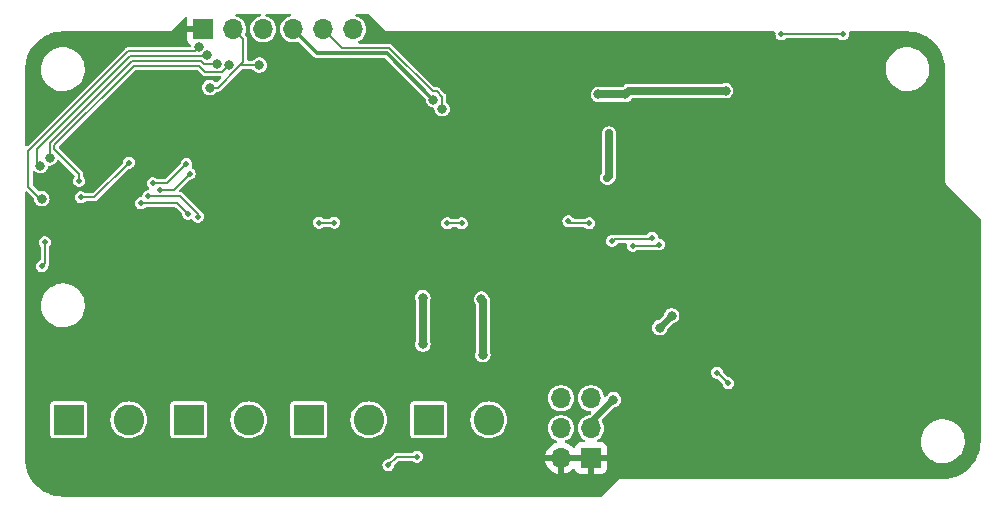
<source format=gbr>
%TF.GenerationSoftware,KiCad,Pcbnew,7.0.10*%
%TF.CreationDate,2024-03-27T08:08:40+01:00*%
%TF.ProjectId,OS-ServoDriver,4f532d53-6572-4766-9f44-72697665722e,rev?*%
%TF.SameCoordinates,Original*%
%TF.FileFunction,Copper,L2,Bot*%
%TF.FilePolarity,Positive*%
%FSLAX46Y46*%
G04 Gerber Fmt 4.6, Leading zero omitted, Abs format (unit mm)*
G04 Created by KiCad (PCBNEW 7.0.10) date 2024-03-27 08:08:40*
%MOMM*%
%LPD*%
G01*
G04 APERTURE LIST*
%TA.AperFunction,ComponentPad*%
%ADD10R,1.700000X1.700000*%
%TD*%
%TA.AperFunction,ComponentPad*%
%ADD11O,1.700000X1.700000*%
%TD*%
%TA.AperFunction,ComponentPad*%
%ADD12R,2.600000X2.600000*%
%TD*%
%TA.AperFunction,ComponentPad*%
%ADD13C,2.600000*%
%TD*%
%TA.AperFunction,ViaPad*%
%ADD14C,0.800000*%
%TD*%
%TA.AperFunction,ViaPad*%
%ADD15C,0.500000*%
%TD*%
%TA.AperFunction,Conductor*%
%ADD16C,0.700000*%
%TD*%
%TA.AperFunction,Conductor*%
%ADD17C,0.200000*%
%TD*%
%TA.AperFunction,Conductor*%
%ADD18C,0.500000*%
%TD*%
%TA.AperFunction,Conductor*%
%ADD19C,0.300000*%
%TD*%
G04 APERTURE END LIST*
D10*
%TO.P,J701,1,Pin_1*%
%TO.N,GND*%
X131699000Y-146939000D03*
D11*
%TO.P,J701,2,Pin_2*%
X129159000Y-146939000D03*
%TO.P,J701,3,Pin_3*%
%TO.N,+5VA*%
X131699000Y-144399000D03*
%TO.P,J701,4,Pin_4*%
X129159000Y-144399000D03*
%TO.P,J701,5,Pin_5*%
%TO.N,/Servo3-4/Servo2*%
X131699000Y-141859000D03*
%TO.P,J701,6,Pin_6*%
%TO.N,/Servo3-4/Servo1*%
X129159000Y-141859000D03*
%TD*%
D12*
%TO.P,J102,1,Pin_1*%
%TO.N,/DCC_FROG_A*%
X107818000Y-143688000D03*
D13*
%TO.P,J102,2,Pin_2*%
%TO.N,/DCC_FROG_B*%
X112898000Y-143688000D03*
%TD*%
D12*
%TO.P,J103,1,Pin_1*%
%TO.N,/DCC_SIG_B*%
X97658000Y-143688000D03*
D13*
%TO.P,J103,2,Pin_2*%
%TO.N,/DCC_SIG_A*%
X102738000Y-143688000D03*
%TD*%
D10*
%TO.P,J3,1,Pin_1*%
%TO.N,GND*%
X98880000Y-110617000D03*
D11*
%TO.P,J3,2,Pin_2*%
%TO.N,+5V*%
X101420000Y-110617000D03*
%TO.P,J3,3,Pin_3*%
%TO.N,/atmega/LED*%
X103960000Y-110617000D03*
%TO.P,J3,4,Pin_4*%
%TO.N,/select*%
X106500000Y-110617000D03*
%TO.P,J3,5,Pin_5*%
%TO.N,/toggle*%
X109040000Y-110617000D03*
%TO.P,J3,6,Pin_6*%
%TO.N,/atmega/reset*%
X111580000Y-110617000D03*
%TD*%
D12*
%TO.P,J101,1,Pin_1*%
%TO.N,Net-(J101-Pin_1)*%
X87498000Y-143688000D03*
D13*
%TO.P,J101,2,Pin_2*%
%TO.N,Net-(J101-Pin_2)*%
X92578000Y-143688000D03*
%TD*%
D12*
%TO.P,J702,1,Pin_1*%
%TO.N,/Servo3-4/Frog2*%
X117978000Y-143688000D03*
D13*
%TO.P,J702,2,Pin_2*%
%TO.N,/Servo3-4/Frog1*%
X123058000Y-143688000D03*
%TD*%
D14*
%TO.N,VCC*%
X143110500Y-115824000D03*
X134603050Y-116148050D03*
X132334000Y-116148050D03*
D15*
%TO.N,GND*%
X87503000Y-124206000D03*
X152273000Y-147320000D03*
X95758000Y-120777000D03*
X117221000Y-113411000D03*
D14*
X139935500Y-113030000D03*
D15*
X123063000Y-147701000D03*
X139446000Y-122555000D03*
X123444000Y-124460000D03*
D14*
X92000000Y-116000000D03*
X138919500Y-113030000D03*
D15*
X129286000Y-127889000D03*
X115824000Y-115316000D03*
X158242000Y-120904000D03*
X163576000Y-137795000D03*
X90932000Y-130048000D03*
X111252000Y-123444000D03*
X152400000Y-143637000D03*
D14*
X102997000Y-116866500D03*
D15*
X95758000Y-129032000D03*
X145034000Y-147701000D03*
X131699000Y-125222000D03*
X146050000Y-145923000D03*
D14*
X132061500Y-114554000D03*
D15*
X101727000Y-124460000D03*
X141478000Y-118999000D03*
X106680000Y-123317000D03*
X127000000Y-144145000D03*
X114046000Y-113538000D03*
D14*
X137903500Y-117475000D03*
D15*
X148463000Y-146050000D03*
X92202000Y-125857000D03*
X130302000Y-112395000D03*
D14*
X94658324Y-116492732D03*
D15*
X161544000Y-135636000D03*
X127000000Y-147066000D03*
X141478000Y-122555000D03*
X118999000Y-114173000D03*
D14*
X143364500Y-118491000D03*
X137903500Y-113030000D03*
D15*
X103505000Y-124333000D03*
X139446000Y-124333000D03*
X149606000Y-122682000D03*
X128016000Y-116586000D03*
X134112000Y-120777000D03*
X100457000Y-123317000D03*
X154432000Y-133223000D03*
X98552000Y-117729000D03*
X132715000Y-125984000D03*
X124460000Y-119253000D03*
X161925000Y-128016000D03*
X94361000Y-130302000D03*
X149479000Y-137541000D03*
X143637000Y-124333000D03*
X135509000Y-118110000D03*
X87122000Y-128651000D03*
D14*
X108839000Y-116485500D03*
D15*
X113157000Y-111506000D03*
X121158000Y-119253000D03*
X125603000Y-118110000D03*
X131953000Y-120650000D03*
X124587000Y-126238000D03*
X138303000Y-146304000D03*
D14*
X100965000Y-118263500D03*
D15*
X154178000Y-141605000D03*
X111887000Y-113538000D03*
X112649000Y-122174000D03*
X132715000Y-127762000D03*
X128524000Y-124460000D03*
X89662000Y-126492000D03*
X118491000Y-147828000D03*
X93726000Y-123063000D03*
X125984000Y-127889000D03*
X159004000Y-138811000D03*
X141859000Y-118237000D03*
X144526000Y-120904000D03*
D14*
X139935500Y-117475000D03*
X108839000Y-118136500D03*
D15*
X113665000Y-124460000D03*
X154686000Y-121793000D03*
X163957000Y-129540000D03*
X149606000Y-125603000D03*
X122428000Y-119253000D03*
X128397000Y-123317000D03*
D14*
X141713500Y-112268000D03*
X96055325Y-119413731D03*
D15*
X138176000Y-143637000D03*
X96901000Y-130302000D03*
D14*
X104902000Y-118136500D03*
D15*
X125603000Y-116459000D03*
X156337000Y-139446000D03*
X102743000Y-115570000D03*
X145161000Y-112141000D03*
X142494000Y-125222000D03*
X136271000Y-126238000D03*
X98552000Y-116713000D03*
X135890000Y-119126000D03*
D14*
X90500000Y-118000000D03*
X104902000Y-116739500D03*
D15*
X113792000Y-115316000D03*
X117475000Y-123190000D03*
X154686000Y-130810000D03*
X162560000Y-125857000D03*
X133604000Y-144272000D03*
D14*
X86000000Y-117000000D03*
D15*
X149352000Y-129794000D03*
D14*
X90000000Y-113500000D03*
D15*
X156591000Y-135001000D03*
X157861000Y-148082000D03*
X111760000Y-116840000D03*
X99215062Y-119890428D03*
X90297000Y-122936000D03*
X127381000Y-114300000D03*
X124587000Y-124460000D03*
D14*
X110490000Y-116739500D03*
D15*
X111887000Y-118110000D03*
X144145000Y-131572000D03*
X155321000Y-120650000D03*
X135636000Y-124460000D03*
X91821000Y-123952000D03*
X160274000Y-141224000D03*
X124079000Y-121920000D03*
X148082000Y-135763000D03*
X85217000Y-123825000D03*
X136779000Y-141351000D03*
X163576000Y-133096000D03*
D14*
X96690324Y-114587731D03*
D15*
X91567000Y-120904000D03*
X156337000Y-143891000D03*
D14*
X145034000Y-117602000D03*
D15*
X119507000Y-122682000D03*
X156464000Y-129032000D03*
X149352000Y-133350000D03*
X115951000Y-112268000D03*
X147701000Y-127762000D03*
X108712000Y-122809000D03*
X145796000Y-115697000D03*
X153289000Y-123444000D03*
X158496000Y-124587000D03*
D14*
X133458500Y-113411000D03*
D15*
X144907000Y-118999000D03*
X136017000Y-111887000D03*
X109474000Y-113665000D03*
X144907000Y-122428000D03*
D14*
X142983500Y-112522000D03*
D15*
X130429000Y-122809000D03*
X136652000Y-148209000D03*
X121793000Y-114427000D03*
D14*
X138919500Y-117475000D03*
D15*
X133604000Y-146558000D03*
X122174000Y-123190000D03*
%TO.N,+5V*%
X85471000Y-128651000D03*
D14*
X103632000Y-113665000D03*
D15*
X116967000Y-146812000D03*
X92583000Y-121920000D03*
D14*
X99441000Y-115567500D03*
D15*
X88519000Y-124841000D03*
X114554000Y-147526318D03*
X85223167Y-130676833D03*
%TO.N,+5VA*%
X119536000Y-127048998D03*
X131572000Y-127048998D03*
X120777000Y-127048998D03*
X129794000Y-126873000D03*
D14*
X133605953Y-141987953D03*
D15*
X108691000Y-127000000D03*
X109982000Y-127000000D03*
D14*
X137541000Y-135890000D03*
D15*
X133223000Y-119443000D03*
X133096000Y-123190000D03*
D14*
X138543975Y-134887025D03*
D15*
%TO.N,/atmega/LED*%
X153035000Y-111050000D03*
D14*
X85217000Y-124968000D03*
X98500000Y-112141000D03*
D15*
X147828000Y-111050000D03*
D14*
%TO.N,/Servo3-4/Frog1*%
X122555000Y-138176000D03*
X122428000Y-133477000D03*
%TO.N,/Servo3-4/Frog2*%
X117475000Y-137287000D03*
X117475000Y-133350000D03*
%TO.N,/atmega/reset*%
X101027829Y-113641000D03*
D15*
X88365896Y-123463494D03*
%TO.N,/DCC/DCC_TTL*%
X142367000Y-139700000D03*
X143345265Y-140586265D03*
%TO.N,/Servo3-4/Relay3*%
X94615000Y-123656000D03*
X97459851Y-122023135D03*
%TO.N,/Servo3-4/Relay4*%
X95250000Y-124206000D03*
X97726500Y-122872500D03*
D14*
%TO.N,/select*%
X99233167Y-112841000D03*
X85100000Y-122174000D03*
X118364000Y-116586000D03*
%TO.N,/toggle*%
X119114000Y-117354223D03*
X100027879Y-113528339D03*
X85864043Y-121528831D03*
D15*
%TO.N,/down*%
X93599000Y-125349000D03*
X137466569Y-128852431D03*
X135255000Y-128952779D03*
X97578000Y-126238000D03*
%TO.N,/up*%
X136895069Y-128280931D03*
X98425000Y-126492000D03*
X94234000Y-124756000D03*
X133477000Y-128552001D03*
%TD*%
D16*
%TO.N,VCC*%
X134927100Y-115824000D02*
X134603050Y-116148050D01*
X143110500Y-115824000D02*
X134927100Y-115824000D01*
X134603050Y-116148050D02*
X132334000Y-116148050D01*
D17*
%TO.N,+5V*%
X101860390Y-113798390D02*
X100091279Y-115567500D01*
X102270000Y-111467000D02*
X102270000Y-113388779D01*
X85223167Y-130676833D02*
X85471000Y-130429000D01*
X103632000Y-113665000D02*
X101993780Y-113665000D01*
X102270000Y-113388779D02*
X101860390Y-113798390D01*
X101993780Y-113665000D02*
X101860390Y-113798390D01*
X100091279Y-115567500D02*
X99441000Y-115567500D01*
X89662000Y-124841000D02*
X88519000Y-124841000D01*
X114554000Y-147526318D02*
X115268318Y-146812000D01*
X92583000Y-121920000D02*
X89662000Y-124841000D01*
X101420000Y-110617000D02*
X102270000Y-111467000D01*
X115268318Y-146812000D02*
X116967000Y-146812000D01*
X85471000Y-130429000D02*
X85471000Y-128651000D01*
D16*
%TO.N,+5VA*%
X133096000Y-123190000D02*
X133223000Y-123063000D01*
D17*
X129969998Y-127048998D02*
X129794000Y-126873000D01*
X131572000Y-127048998D02*
X129969998Y-127048998D01*
D18*
X137541000Y-135890000D02*
X138543975Y-134887025D01*
D17*
X109982000Y-127000000D02*
X108691000Y-127000000D01*
D18*
X131699000Y-143894906D02*
X133605953Y-141987953D01*
D17*
X120777000Y-127048998D02*
X119536000Y-127048998D01*
D16*
X133223000Y-123063000D02*
X133223000Y-119443000D01*
D17*
%TO.N,/atmega/LED*%
X85090000Y-124968000D02*
X85217000Y-124968000D01*
X98141000Y-112500000D02*
X92500000Y-112500000D01*
X84074000Y-123952000D02*
X85090000Y-124968000D01*
X153035000Y-111050000D02*
X147828000Y-111050000D01*
X92500000Y-112500000D02*
X84074000Y-120926000D01*
X84074000Y-120926000D02*
X84074000Y-123952000D01*
X98500000Y-112141000D02*
X98141000Y-112500000D01*
D16*
%TO.N,/Servo3-4/Frog1*%
X122555000Y-133604000D02*
X122428000Y-133477000D01*
X122555000Y-138176000D02*
X122555000Y-133604000D01*
%TO.N,/Servo3-4/Frog2*%
X117475000Y-133350000D02*
X117475000Y-137287000D01*
D17*
%TO.N,/atmega/reset*%
X98536531Y-113700000D02*
X99064870Y-114228339D01*
X86264043Y-120777000D02*
X86264043Y-120433015D01*
X100440490Y-114228339D02*
X101027829Y-113641000D01*
X86264043Y-120433015D02*
X92997058Y-113700000D01*
X99064870Y-114228339D02*
X100440490Y-114228339D01*
X88365896Y-122878853D02*
X86264043Y-120777000D01*
X88365896Y-123463494D02*
X88365896Y-122878853D01*
X92997058Y-113700000D02*
X98536531Y-113700000D01*
%TO.N,/DCC/DCC_TTL*%
X142459000Y-139700000D02*
X143345265Y-140586265D01*
X142367000Y-139700000D02*
X142459000Y-139700000D01*
%TO.N,/Servo3-4/Relay3*%
X95826986Y-123656000D02*
X97459851Y-122023135D01*
X94615000Y-123656000D02*
X95826986Y-123656000D01*
%TO.N,/Servo3-4/Relay4*%
X96393000Y-124206000D02*
X95250000Y-124206000D01*
X97726500Y-122872500D02*
X96393000Y-124206000D01*
D19*
%TO.N,/select*%
X106500000Y-110617000D02*
X108532000Y-112649000D01*
X108532000Y-112649000D02*
X114427000Y-112649000D01*
D17*
X99233167Y-112841000D02*
X99174167Y-112900000D01*
X84836000Y-120729686D02*
X84836000Y-121910000D01*
X84836000Y-121910000D02*
X85100000Y-122174000D01*
X92665686Y-112900000D02*
X84836000Y-120729686D01*
D19*
X114427000Y-112649000D02*
X118364000Y-116586000D01*
D17*
X99174167Y-112900000D02*
X92665686Y-112900000D01*
%TO.N,/toggle*%
X85864043Y-120267329D02*
X85864043Y-121528831D01*
X92831372Y-113300000D02*
X85864043Y-120267329D01*
X118653950Y-115886000D02*
X118300396Y-115886000D01*
X100015218Y-113541000D02*
X98943217Y-113541000D01*
X98943217Y-113541000D02*
X98702217Y-113300000D01*
X118300396Y-115886000D02*
X114613396Y-112199000D01*
X114613396Y-112199000D02*
X110622000Y-112199000D01*
X98702217Y-113300000D02*
X92831372Y-113300000D01*
X110622000Y-112199000D02*
X109040000Y-110617000D01*
X119114000Y-117354223D02*
X119114000Y-116346050D01*
X100027879Y-113528339D02*
X100015218Y-113541000D01*
X119114000Y-116346050D02*
X118653950Y-115886000D01*
%TO.N,/down*%
X93599000Y-125349000D02*
X96689000Y-125349000D01*
X137366221Y-128952779D02*
X137466569Y-128852431D01*
X96689000Y-125349000D02*
X97578000Y-126238000D01*
X135255000Y-128952779D02*
X137366221Y-128952779D01*
%TO.N,/up*%
X133626222Y-128402779D02*
X136773221Y-128402779D01*
X98425000Y-126307182D02*
X98425000Y-126492000D01*
X96873818Y-124756000D02*
X98425000Y-126307182D01*
X133477000Y-128552001D02*
X133626222Y-128402779D01*
X136773221Y-128402779D02*
X136895069Y-128280931D01*
X94234000Y-124756000D02*
X96873818Y-124756000D01*
%TD*%
%TA.AperFunction,Conductor*%
%TO.N,GND*%
G36*
X131239507Y-146729156D02*
G01*
X131199000Y-146867111D01*
X131199000Y-147010889D01*
X131239507Y-147148844D01*
X131265314Y-147189000D01*
X129592686Y-147189000D01*
X129618493Y-147148844D01*
X129659000Y-147010889D01*
X129659000Y-146867111D01*
X129618493Y-146729156D01*
X129592686Y-146689000D01*
X131265314Y-146689000D01*
X131239507Y-146729156D01*
G37*
%TD.AperFunction*%
%TA.AperFunction,Conductor*%
G36*
X103742388Y-109320185D02*
G01*
X103788143Y-109372989D01*
X103798087Y-109442147D01*
X103769062Y-109505703D01*
X103710284Y-109543477D01*
X103698144Y-109546386D01*
X103657544Y-109553976D01*
X103657541Y-109553976D01*
X103657541Y-109553977D01*
X103467364Y-109627651D01*
X103467357Y-109627655D01*
X103293960Y-109735017D01*
X103293958Y-109735019D01*
X103143237Y-109872418D01*
X103020327Y-110035178D01*
X102929422Y-110217739D01*
X102929417Y-110217752D01*
X102873602Y-110413917D01*
X102854785Y-110616999D01*
X102854785Y-110617000D01*
X102873602Y-110820082D01*
X102929417Y-111016247D01*
X102929422Y-111016260D01*
X103020327Y-111198821D01*
X103143237Y-111361581D01*
X103293958Y-111498980D01*
X103293960Y-111498982D01*
X103377165Y-111550500D01*
X103467363Y-111606348D01*
X103657544Y-111680024D01*
X103858024Y-111717500D01*
X103858026Y-111717500D01*
X104061974Y-111717500D01*
X104061976Y-111717500D01*
X104262456Y-111680024D01*
X104452637Y-111606348D01*
X104626041Y-111498981D01*
X104772341Y-111365611D01*
X104776762Y-111361581D01*
X104784286Y-111351618D01*
X104899673Y-111198821D01*
X104990582Y-111016250D01*
X105046397Y-110820083D01*
X105065215Y-110617000D01*
X105046397Y-110413917D01*
X104990582Y-110217750D01*
X104899673Y-110035179D01*
X104776764Y-109872421D01*
X104776762Y-109872418D01*
X104626041Y-109735019D01*
X104626039Y-109735017D01*
X104452642Y-109627655D01*
X104452635Y-109627651D01*
X104319201Y-109575959D01*
X104262456Y-109553976D01*
X104221864Y-109546388D01*
X104159585Y-109514721D01*
X104124312Y-109454408D01*
X104127246Y-109384600D01*
X104167455Y-109327460D01*
X104232173Y-109301129D01*
X104244651Y-109300500D01*
X106215349Y-109300500D01*
X106282388Y-109320185D01*
X106328143Y-109372989D01*
X106338087Y-109442147D01*
X106309062Y-109505703D01*
X106250284Y-109543477D01*
X106238144Y-109546386D01*
X106197544Y-109553976D01*
X106197541Y-109553976D01*
X106197541Y-109553977D01*
X106007364Y-109627651D01*
X106007357Y-109627655D01*
X105833960Y-109735017D01*
X105833958Y-109735019D01*
X105683237Y-109872418D01*
X105560327Y-110035178D01*
X105469422Y-110217739D01*
X105469417Y-110217752D01*
X105413602Y-110413917D01*
X105394785Y-110616999D01*
X105394785Y-110617000D01*
X105413602Y-110820082D01*
X105469417Y-111016247D01*
X105469422Y-111016260D01*
X105560327Y-111198821D01*
X105683237Y-111361581D01*
X105833958Y-111498980D01*
X105833960Y-111498982D01*
X105917165Y-111550500D01*
X106007363Y-111606348D01*
X106197544Y-111680024D01*
X106398024Y-111717500D01*
X106398026Y-111717500D01*
X106601974Y-111717500D01*
X106601976Y-111717500D01*
X106802456Y-111680024D01*
X106830706Y-111669080D01*
X106867070Y-111654993D01*
X106936693Y-111649130D01*
X106998433Y-111681840D01*
X106999545Y-111682938D01*
X108275413Y-112958807D01*
X108275433Y-112958825D01*
X108293656Y-112977049D01*
X108313394Y-112987106D01*
X108329982Y-112997271D01*
X108347910Y-113010296D01*
X108368979Y-113017141D01*
X108386958Y-113024588D01*
X108406696Y-113034646D01*
X108428578Y-113038111D01*
X108447491Y-113042652D01*
X108468567Y-113049500D01*
X108500481Y-113049500D01*
X114209745Y-113049500D01*
X114276784Y-113069185D01*
X114297426Y-113085819D01*
X117675653Y-116464046D01*
X117709138Y-116525369D01*
X117711068Y-116566669D01*
X117708722Y-116585995D01*
X117708722Y-116586000D01*
X117727762Y-116742818D01*
X117755115Y-116814940D01*
X117783780Y-116890523D01*
X117873517Y-117020530D01*
X117991760Y-117125283D01*
X117991762Y-117125284D01*
X118131634Y-117198696D01*
X118285014Y-117236500D01*
X118334722Y-117236500D01*
X118401761Y-117256185D01*
X118447516Y-117308989D01*
X118455790Y-117347024D01*
X118457818Y-117346778D01*
X118477762Y-117511041D01*
X118533780Y-117658746D01*
X118623517Y-117788753D01*
X118741760Y-117893506D01*
X118741762Y-117893507D01*
X118881634Y-117966919D01*
X119035014Y-118004723D01*
X119035015Y-118004723D01*
X119192985Y-118004723D01*
X119346365Y-117966919D01*
X119486240Y-117893506D01*
X119604483Y-117788753D01*
X119694220Y-117658746D01*
X119750237Y-117511041D01*
X119769278Y-117354223D01*
X119754058Y-117228869D01*
X119750237Y-117197404D01*
X119722885Y-117125283D01*
X119694220Y-117049700D01*
X119604483Y-116919693D01*
X119506272Y-116832686D01*
X119469147Y-116773499D01*
X119464500Y-116739872D01*
X119464500Y-116395261D01*
X119467139Y-116369814D01*
X119468508Y-116363284D01*
X119469043Y-116360735D01*
X119465452Y-116331927D01*
X119464602Y-116318242D01*
X119464501Y-116317020D01*
X119464500Y-116317014D01*
X119464500Y-116317010D01*
X119461330Y-116298016D01*
X119460595Y-116292968D01*
X119454573Y-116244657D01*
X119452476Y-116237617D01*
X119450092Y-116230672D01*
X119450092Y-116230669D01*
X119426924Y-116187860D01*
X119424579Y-116183304D01*
X119407345Y-116148050D01*
X131678722Y-116148050D01*
X131697762Y-116304868D01*
X131732044Y-116395261D01*
X131753780Y-116452573D01*
X131843517Y-116582580D01*
X131961760Y-116687333D01*
X131961762Y-116687334D01*
X132101634Y-116760746D01*
X132255014Y-116798550D01*
X132255015Y-116798550D01*
X132412985Y-116798550D01*
X132566365Y-116760746D01*
X132573377Y-116758087D01*
X132574069Y-116759912D01*
X132620166Y-116748550D01*
X134316884Y-116748550D01*
X134362980Y-116759912D01*
X134363673Y-116758087D01*
X134370684Y-116760746D01*
X134524064Y-116798550D01*
X134524065Y-116798550D01*
X134682035Y-116798550D01*
X134835415Y-116760746D01*
X134858652Y-116748550D01*
X134975290Y-116687333D01*
X135093533Y-116582580D01*
X135165678Y-116478060D01*
X135219961Y-116434070D01*
X135267728Y-116424500D01*
X142824334Y-116424500D01*
X142870430Y-116435862D01*
X142871123Y-116434037D01*
X142878134Y-116436696D01*
X143031514Y-116474500D01*
X143031515Y-116474500D01*
X143189485Y-116474500D01*
X143342865Y-116436696D01*
X143366102Y-116424500D01*
X143482740Y-116363283D01*
X143600983Y-116258530D01*
X143690720Y-116128523D01*
X143746737Y-115980818D01*
X143765778Y-115824000D01*
X143764207Y-115811057D01*
X143746737Y-115667181D01*
X143722542Y-115603385D01*
X143690720Y-115519477D01*
X143600983Y-115389470D01*
X143482740Y-115284717D01*
X143482738Y-115284716D01*
X143482737Y-115284715D01*
X143342865Y-115211303D01*
X143189486Y-115173500D01*
X143189485Y-115173500D01*
X143031515Y-115173500D01*
X143031514Y-115173500D01*
X142878134Y-115211303D01*
X142871123Y-115213963D01*
X142870430Y-115212137D01*
X142824334Y-115223500D01*
X134974587Y-115223500D01*
X134958402Y-115222439D01*
X134927100Y-115218318D01*
X134887739Y-115223500D01*
X134770339Y-115238955D01*
X134770337Y-115238956D01*
X134624257Y-115299464D01*
X134498818Y-115395716D01*
X134479589Y-115420775D01*
X134468899Y-115432965D01*
X134390631Y-115511232D01*
X134329311Y-115544716D01*
X134302952Y-115547550D01*
X132620166Y-115547550D01*
X132574069Y-115536187D01*
X132573377Y-115538013D01*
X132566365Y-115535353D01*
X132412986Y-115497550D01*
X132412985Y-115497550D01*
X132255015Y-115497550D01*
X132255014Y-115497550D01*
X132101634Y-115535353D01*
X131961762Y-115608765D01*
X131843516Y-115713521D01*
X131753781Y-115843525D01*
X131753780Y-115843526D01*
X131697762Y-115991231D01*
X131678722Y-116148049D01*
X131678722Y-116148050D01*
X119407345Y-116148050D01*
X119403199Y-116139568D01*
X119398926Y-116133584D01*
X119394420Y-116127795D01*
X119394419Y-116127794D01*
X119394418Y-116127792D01*
X119358587Y-116094807D01*
X119354914Y-116091282D01*
X118936587Y-115672955D01*
X118920461Y-115653098D01*
X118915387Y-115645331D01*
X118892474Y-115627497D01*
X118882198Y-115618422D01*
X118881259Y-115617627D01*
X118881257Y-115617625D01*
X118865601Y-115606447D01*
X118861494Y-115603385D01*
X118855788Y-115598943D01*
X118823076Y-115573483D01*
X118823074Y-115573482D01*
X118816590Y-115569973D01*
X118810017Y-115566759D01*
X118763359Y-115552868D01*
X118758482Y-115551306D01*
X118712434Y-115535498D01*
X118705237Y-115534297D01*
X118697901Y-115533382D01*
X118649282Y-115535394D01*
X118644157Y-115535500D01*
X118496940Y-115535500D01*
X118429901Y-115515815D01*
X118409259Y-115499181D01*
X116977841Y-114067763D01*
X156645787Y-114067763D01*
X156675413Y-114337013D01*
X156675415Y-114337024D01*
X156743926Y-114599082D01*
X156743928Y-114599088D01*
X156849870Y-114848390D01*
X156914813Y-114954803D01*
X156990979Y-115079605D01*
X156990986Y-115079615D01*
X157164253Y-115287819D01*
X157164259Y-115287824D01*
X157312642Y-115420775D01*
X157365998Y-115468582D01*
X157591910Y-115618044D01*
X157837176Y-115733020D01*
X157837183Y-115733022D01*
X157837185Y-115733023D01*
X158096557Y-115811057D01*
X158096564Y-115811058D01*
X158096569Y-115811060D01*
X158364561Y-115850500D01*
X158364566Y-115850500D01*
X158567629Y-115850500D01*
X158567631Y-115850500D01*
X158567636Y-115850499D01*
X158567648Y-115850499D01*
X158605191Y-115847750D01*
X158770156Y-115835677D01*
X158892602Y-115808401D01*
X159034546Y-115776782D01*
X159034548Y-115776781D01*
X159034553Y-115776780D01*
X159287558Y-115680014D01*
X159523777Y-115547441D01*
X159738177Y-115381888D01*
X159926186Y-115186881D01*
X160083799Y-114966579D01*
X160177648Y-114784042D01*
X160207649Y-114725690D01*
X160207651Y-114725684D01*
X160207656Y-114725675D01*
X160295118Y-114469305D01*
X160344319Y-114202933D01*
X160354212Y-113932235D01*
X160324586Y-113662982D01*
X160256072Y-113400912D01*
X160150130Y-113151610D01*
X160009018Y-112920390D01*
X159957225Y-112858154D01*
X159835746Y-112712180D01*
X159835740Y-112712175D01*
X159634002Y-112531418D01*
X159408092Y-112381957D01*
X159408090Y-112381956D01*
X159162824Y-112266980D01*
X159162819Y-112266978D01*
X159162814Y-112266976D01*
X158903442Y-112188942D01*
X158903428Y-112188939D01*
X158760010Y-112167833D01*
X158635439Y-112149500D01*
X158432369Y-112149500D01*
X158432351Y-112149500D01*
X158229844Y-112164323D01*
X158229831Y-112164325D01*
X157965453Y-112223217D01*
X157965446Y-112223220D01*
X157712439Y-112319987D01*
X157476226Y-112452557D01*
X157261822Y-112618112D01*
X157073822Y-112813109D01*
X157073816Y-112813116D01*
X156916202Y-113033419D01*
X156916199Y-113033424D01*
X156792350Y-113274309D01*
X156792343Y-113274327D01*
X156704884Y-113530685D01*
X156704881Y-113530699D01*
X156655681Y-113797068D01*
X156655680Y-113797075D01*
X156645787Y-114067763D01*
X116977841Y-114067763D01*
X114896033Y-111985955D01*
X114879907Y-111966098D01*
X114874833Y-111958331D01*
X114851920Y-111940497D01*
X114841644Y-111931422D01*
X114840705Y-111930627D01*
X114840703Y-111930625D01*
X114825047Y-111919447D01*
X114820940Y-111916385D01*
X114813186Y-111910350D01*
X114782522Y-111886483D01*
X114782520Y-111886482D01*
X114776036Y-111882973D01*
X114769463Y-111879759D01*
X114722805Y-111865868D01*
X114717928Y-111864306D01*
X114671880Y-111848498D01*
X114664683Y-111847297D01*
X114657347Y-111846382D01*
X114608728Y-111848394D01*
X114603603Y-111848500D01*
X112110912Y-111848500D01*
X112043873Y-111828815D01*
X111998118Y-111776011D01*
X111988174Y-111706853D01*
X112017199Y-111643297D01*
X112066119Y-111608873D01*
X112072637Y-111606348D01*
X112246041Y-111498981D01*
X112392341Y-111365611D01*
X112396762Y-111361581D01*
X112404286Y-111351618D01*
X112519673Y-111198821D01*
X112610582Y-111016250D01*
X112666397Y-110820083D01*
X112685215Y-110617000D01*
X112666397Y-110413917D01*
X112610582Y-110217750D01*
X112519673Y-110035179D01*
X112396764Y-109872421D01*
X112396762Y-109872418D01*
X112246041Y-109735019D01*
X112246039Y-109735017D01*
X112072642Y-109627655D01*
X112072635Y-109627651D01*
X111939201Y-109575959D01*
X111882456Y-109553976D01*
X111841864Y-109546388D01*
X111779585Y-109514721D01*
X111744312Y-109454408D01*
X111747246Y-109384600D01*
X111787455Y-109327460D01*
X111852173Y-109301129D01*
X111864651Y-109300500D01*
X112824167Y-109300500D01*
X112891206Y-109320185D01*
X112911848Y-109336819D01*
X114240039Y-110665010D01*
X114251310Y-110677962D01*
X114256039Y-110684225D01*
X114256041Y-110684227D01*
X114256042Y-110684228D01*
X114270861Y-110697737D01*
X114290317Y-110715474D01*
X114294458Y-110719429D01*
X114307203Y-110732174D01*
X114310931Y-110735270D01*
X114319324Y-110741918D01*
X114328124Y-110749940D01*
X114339064Y-110759914D01*
X114339065Y-110759914D01*
X114339067Y-110759916D01*
X114345530Y-110762419D01*
X114370807Y-110775743D01*
X114376519Y-110779656D01*
X114402514Y-110785769D01*
X114418910Y-110790846D01*
X114443827Y-110800500D01*
X114450751Y-110800500D01*
X114479141Y-110803793D01*
X114485881Y-110805379D01*
X114508655Y-110802201D01*
X114512334Y-110801689D01*
X114529464Y-110800500D01*
X147215122Y-110800500D01*
X147282161Y-110820185D01*
X147327916Y-110872989D01*
X147337859Y-110942146D01*
X147323952Y-111038879D01*
X147322353Y-111050000D01*
X147342834Y-111192456D01*
X147373917Y-111260517D01*
X147402623Y-111323373D01*
X147496872Y-111432143D01*
X147617947Y-111509953D01*
X147617950Y-111509954D01*
X147617949Y-111509954D01*
X147756036Y-111550499D01*
X147756038Y-111550500D01*
X147756039Y-111550500D01*
X147899962Y-111550500D01*
X147899962Y-111550499D01*
X148021396Y-111514844D01*
X148038050Y-111509954D01*
X148038050Y-111509953D01*
X148038053Y-111509953D01*
X148159128Y-111432143D01*
X148159136Y-111432133D01*
X148160688Y-111430790D01*
X148162572Y-111429929D01*
X148166589Y-111427348D01*
X148166960Y-111427925D01*
X148224243Y-111401763D01*
X148241895Y-111400500D01*
X152621105Y-111400500D01*
X152688144Y-111420185D01*
X152702312Y-111430790D01*
X152703866Y-111432137D01*
X152703872Y-111432143D01*
X152824947Y-111509953D01*
X152824950Y-111509954D01*
X152824949Y-111509954D01*
X152963036Y-111550499D01*
X152963038Y-111550500D01*
X152963039Y-111550500D01*
X153106962Y-111550500D01*
X153106962Y-111550499D01*
X153228396Y-111514844D01*
X153245050Y-111509954D01*
X153245050Y-111509953D01*
X153245053Y-111509953D01*
X153366128Y-111432143D01*
X153460377Y-111323373D01*
X153520165Y-111192457D01*
X153540647Y-111050000D01*
X153525140Y-110942146D01*
X153535084Y-110872989D01*
X153580839Y-110820185D01*
X153647878Y-110800500D01*
X158452405Y-110800500D01*
X158496754Y-110800500D01*
X158503243Y-110800669D01*
X158827952Y-110817687D01*
X158840860Y-110819044D01*
X159158794Y-110869400D01*
X159171478Y-110872095D01*
X159482429Y-110955414D01*
X159494769Y-110959424D01*
X159755741Y-111059602D01*
X159795282Y-111074780D01*
X159807138Y-111080058D01*
X160093976Y-111226210D01*
X160105192Y-111232686D01*
X160375165Y-111408008D01*
X160385666Y-111415637D01*
X160635836Y-111618221D01*
X160645481Y-111626906D01*
X160873093Y-111854518D01*
X160881778Y-111864163D01*
X161084362Y-112114333D01*
X161091991Y-112124834D01*
X161117637Y-112164325D01*
X161267310Y-112394802D01*
X161273792Y-112406029D01*
X161274018Y-112406471D01*
X161419940Y-112692859D01*
X161425219Y-112704717D01*
X161540574Y-113005229D01*
X161544585Y-113017572D01*
X161627902Y-113328515D01*
X161630600Y-113341211D01*
X161680955Y-113659139D01*
X161682312Y-113672047D01*
X161699330Y-113996756D01*
X161699500Y-114003246D01*
X161699500Y-123432861D01*
X161698312Y-123449988D01*
X161697227Y-123457765D01*
X161699368Y-123504079D01*
X161699500Y-123509804D01*
X161699500Y-123527842D01*
X161699947Y-123532671D01*
X161701181Y-123543305D01*
X161702415Y-123569992D01*
X161702416Y-123569997D01*
X161705214Y-123576334D01*
X161713664Y-123603620D01*
X161714937Y-123610429D01*
X161714937Y-123610430D01*
X161714939Y-123610433D01*
X161729001Y-123633146D01*
X161736997Y-123648315D01*
X161747794Y-123672765D01*
X161747795Y-123672766D01*
X161747796Y-123672768D01*
X161752689Y-123677661D01*
X161770435Y-123700065D01*
X161774077Y-123705948D01*
X161774079Y-123705950D01*
X161774080Y-123705951D01*
X161774081Y-123705952D01*
X161785451Y-123714538D01*
X161795396Y-123722048D01*
X161808350Y-123733321D01*
X164663181Y-126588152D01*
X164696666Y-126649475D01*
X164699500Y-126675833D01*
X164699500Y-145496753D01*
X164699330Y-145503243D01*
X164682312Y-145827952D01*
X164680955Y-145840860D01*
X164630600Y-146158788D01*
X164627902Y-146171484D01*
X164544585Y-146482427D01*
X164540574Y-146494770D01*
X164425219Y-146795282D01*
X164419940Y-146807140D01*
X164273796Y-147093964D01*
X164267306Y-147105204D01*
X164091991Y-147375165D01*
X164084362Y-147385666D01*
X163881778Y-147635836D01*
X163873093Y-147645481D01*
X163645481Y-147873093D01*
X163635836Y-147881778D01*
X163385666Y-148084362D01*
X163375165Y-148091991D01*
X163105204Y-148267306D01*
X163093964Y-148273796D01*
X162807140Y-148419940D01*
X162795282Y-148425219D01*
X162494770Y-148540574D01*
X162482427Y-148544585D01*
X162171484Y-148627902D01*
X162158788Y-148630600D01*
X161840860Y-148680955D01*
X161827952Y-148682312D01*
X161503244Y-148699330D01*
X161496754Y-148699500D01*
X134317138Y-148699500D01*
X134300010Y-148698311D01*
X134292238Y-148697227D01*
X134292235Y-148697227D01*
X134251972Y-148699088D01*
X134245920Y-148699368D01*
X134240195Y-148699500D01*
X134222156Y-148699500D01*
X134222151Y-148699500D01*
X134217332Y-148699947D01*
X134206696Y-148701181D01*
X134180005Y-148702415D01*
X134180004Y-148702415D01*
X134173658Y-148705217D01*
X134146385Y-148713663D01*
X134139570Y-148714937D01*
X134139565Y-148714939D01*
X134116856Y-148728999D01*
X134101673Y-148737002D01*
X134077234Y-148747793D01*
X134072329Y-148752698D01*
X134049939Y-148770433D01*
X134044049Y-148774080D01*
X134044044Y-148774084D01*
X134027953Y-148795392D01*
X134016682Y-148808344D01*
X132661848Y-150163181D01*
X132600525Y-150196666D01*
X132574167Y-150199500D01*
X87003246Y-150199500D01*
X86996756Y-150199330D01*
X86672047Y-150182312D01*
X86659139Y-150180955D01*
X86341211Y-150130600D01*
X86328515Y-150127902D01*
X86017572Y-150044585D01*
X86005229Y-150040574D01*
X85704717Y-149925219D01*
X85692859Y-149919940D01*
X85495501Y-149819381D01*
X85406029Y-149773792D01*
X85394802Y-149767310D01*
X85124834Y-149591991D01*
X85114333Y-149584362D01*
X84864163Y-149381778D01*
X84854518Y-149373093D01*
X84626906Y-149145481D01*
X84618221Y-149135836D01*
X84415637Y-148885666D01*
X84408008Y-148875165D01*
X84356203Y-148795392D01*
X84232686Y-148605192D01*
X84226210Y-148593976D01*
X84080058Y-148307138D01*
X84074780Y-148295282D01*
X84069910Y-148282596D01*
X83959424Y-147994769D01*
X83955414Y-147982427D01*
X83933063Y-147899013D01*
X83872095Y-147671478D01*
X83869399Y-147658788D01*
X83867291Y-147645481D01*
X83848418Y-147526318D01*
X114048353Y-147526318D01*
X114068834Y-147668774D01*
X114070072Y-147671484D01*
X114128623Y-147799691D01*
X114222872Y-147908461D01*
X114343947Y-147986271D01*
X114343950Y-147986272D01*
X114343949Y-147986272D01*
X114482036Y-148026817D01*
X114482038Y-148026818D01*
X114482039Y-148026818D01*
X114625962Y-148026818D01*
X114625962Y-148026817D01*
X114735108Y-147994770D01*
X114764050Y-147986272D01*
X114764050Y-147986271D01*
X114764053Y-147986271D01*
X114885128Y-147908461D01*
X114979377Y-147799691D01*
X115039165Y-147668775D01*
X115055447Y-147555526D01*
X115084470Y-147491974D01*
X115090474Y-147485524D01*
X115377182Y-147198816D01*
X115438504Y-147165334D01*
X115464862Y-147162500D01*
X116553105Y-147162500D01*
X116620144Y-147182185D01*
X116634312Y-147192790D01*
X116635866Y-147194137D01*
X116635872Y-147194143D01*
X116756947Y-147271953D01*
X116756950Y-147271954D01*
X116756949Y-147271954D01*
X116895036Y-147312499D01*
X116895038Y-147312500D01*
X116895039Y-147312500D01*
X117038962Y-147312500D01*
X117038962Y-147312499D01*
X117177053Y-147271953D01*
X117298128Y-147194143D01*
X117302584Y-147189000D01*
X127828364Y-147189000D01*
X127885567Y-147402486D01*
X127885570Y-147402492D01*
X127985399Y-147616578D01*
X128120894Y-147810082D01*
X128287917Y-147977105D01*
X128481421Y-148112600D01*
X128695507Y-148212429D01*
X128695516Y-148212433D01*
X128909000Y-148269634D01*
X128909000Y-147374501D01*
X129016685Y-147423680D01*
X129123237Y-147439000D01*
X129194763Y-147439000D01*
X129301315Y-147423680D01*
X129409000Y-147374501D01*
X129409000Y-148269633D01*
X129622483Y-148212433D01*
X129622492Y-148212429D01*
X129836578Y-148112600D01*
X130030078Y-147977108D01*
X130152521Y-147854665D01*
X130213844Y-147821180D01*
X130283536Y-147826164D01*
X130339470Y-147868035D01*
X130356385Y-147899013D01*
X130405645Y-148031086D01*
X130405649Y-148031093D01*
X130491809Y-148146187D01*
X130491812Y-148146190D01*
X130606906Y-148232350D01*
X130606913Y-148232354D01*
X130741620Y-148282596D01*
X130741627Y-148282598D01*
X130801155Y-148288999D01*
X130801172Y-148289000D01*
X131449000Y-148289000D01*
X131449000Y-147374501D01*
X131556685Y-147423680D01*
X131663237Y-147439000D01*
X131734763Y-147439000D01*
X131841315Y-147423680D01*
X131949000Y-147374501D01*
X131949000Y-148289000D01*
X132596828Y-148289000D01*
X132596844Y-148288999D01*
X132656372Y-148282598D01*
X132656379Y-148282596D01*
X132791086Y-148232354D01*
X132791093Y-148232350D01*
X132906187Y-148146190D01*
X132906190Y-148146187D01*
X132992350Y-148031093D01*
X132992354Y-148031086D01*
X133042596Y-147896379D01*
X133042598Y-147896372D01*
X133048999Y-147836844D01*
X133049000Y-147836827D01*
X133049000Y-147189000D01*
X132132686Y-147189000D01*
X132158493Y-147148844D01*
X132199000Y-147010889D01*
X132199000Y-146867111D01*
X132158493Y-146729156D01*
X132132686Y-146689000D01*
X133049000Y-146689000D01*
X133049000Y-146041172D01*
X133048999Y-146041155D01*
X133042598Y-145981627D01*
X133042596Y-145981620D01*
X132992354Y-145846913D01*
X132992350Y-145846906D01*
X132906190Y-145731812D01*
X132906187Y-145731809D01*
X132791093Y-145645649D01*
X132791086Y-145645645D01*
X132656379Y-145595403D01*
X132656372Y-145595401D01*
X132596844Y-145589000D01*
X132303388Y-145589000D01*
X132236349Y-145569315D01*
X132235004Y-145567763D01*
X159645787Y-145567763D01*
X159675413Y-145837013D01*
X159675415Y-145837024D01*
X159735781Y-146067926D01*
X159743928Y-146099088D01*
X159849870Y-146348390D01*
X159965971Y-146538628D01*
X159990979Y-146579605D01*
X159990986Y-146579615D01*
X160164253Y-146787819D01*
X160164259Y-146787824D01*
X160252749Y-146867111D01*
X160365998Y-146968582D01*
X160591910Y-147118044D01*
X160837176Y-147233020D01*
X160837183Y-147233022D01*
X160837185Y-147233023D01*
X161096557Y-147311057D01*
X161096564Y-147311058D01*
X161096569Y-147311060D01*
X161364561Y-147350500D01*
X161364566Y-147350500D01*
X161567629Y-147350500D01*
X161567631Y-147350500D01*
X161567636Y-147350499D01*
X161567648Y-147350499D01*
X161605191Y-147347750D01*
X161770156Y-147335677D01*
X161882758Y-147310593D01*
X162034546Y-147276782D01*
X162034548Y-147276781D01*
X162034553Y-147276780D01*
X162287558Y-147180014D01*
X162523777Y-147047441D01*
X162738177Y-146881888D01*
X162926186Y-146686881D01*
X163083799Y-146466579D01*
X163157787Y-146322669D01*
X163207649Y-146225690D01*
X163207651Y-146225684D01*
X163207656Y-146225675D01*
X163295118Y-145969305D01*
X163344319Y-145702933D01*
X163354212Y-145432235D01*
X163324586Y-145162982D01*
X163256072Y-144900912D01*
X163150130Y-144651610D01*
X163009018Y-144420390D01*
X162919747Y-144313119D01*
X162835746Y-144212180D01*
X162835740Y-144212175D01*
X162634002Y-144031418D01*
X162408092Y-143881957D01*
X162408090Y-143881956D01*
X162162824Y-143766980D01*
X162162819Y-143766978D01*
X162162814Y-143766976D01*
X161903442Y-143688942D01*
X161903428Y-143688939D01*
X161787791Y-143671921D01*
X161635439Y-143649500D01*
X161432369Y-143649500D01*
X161432351Y-143649500D01*
X161229844Y-143664323D01*
X161229831Y-143664325D01*
X160965453Y-143723217D01*
X160965446Y-143723220D01*
X160712439Y-143819987D01*
X160476226Y-143952557D01*
X160261822Y-144118112D01*
X160073822Y-144313109D01*
X160073816Y-144313116D01*
X159916202Y-144533419D01*
X159916199Y-144533424D01*
X159792350Y-144774309D01*
X159792343Y-144774327D01*
X159704884Y-145030685D01*
X159704882Y-145030695D01*
X159658653Y-145280980D01*
X159655681Y-145297068D01*
X159655680Y-145297075D01*
X159645787Y-145567763D01*
X132235004Y-145567763D01*
X132190594Y-145516511D01*
X132180650Y-145447353D01*
X132209675Y-145383797D01*
X132238111Y-145359573D01*
X132339048Y-145297075D01*
X132365041Y-145280981D01*
X132515764Y-145143579D01*
X132638673Y-144980821D01*
X132729582Y-144798250D01*
X132785397Y-144602083D01*
X132804215Y-144399000D01*
X132786903Y-144212175D01*
X132785397Y-144195917D01*
X132738592Y-144031418D01*
X132729582Y-143999750D01*
X132670928Y-143881957D01*
X132638672Y-143817177D01*
X132637379Y-143815465D01*
X132637013Y-143814498D01*
X132635654Y-143812302D01*
X132636083Y-143812035D01*
X132612691Y-143750103D01*
X132627259Y-143681769D01*
X132648652Y-143653066D01*
X133631736Y-142669983D01*
X133689740Y-142637269D01*
X133838318Y-142600649D01*
X133978193Y-142527236D01*
X134096436Y-142422483D01*
X134186173Y-142292476D01*
X134242190Y-142144771D01*
X134261231Y-141987953D01*
X134253971Y-141928156D01*
X134242190Y-141831134D01*
X134217537Y-141766131D01*
X134186173Y-141683430D01*
X134096436Y-141553423D01*
X133978193Y-141448670D01*
X133978191Y-141448669D01*
X133978190Y-141448668D01*
X133838318Y-141375256D01*
X133684939Y-141337453D01*
X133684938Y-141337453D01*
X133526968Y-141337453D01*
X133526967Y-141337453D01*
X133373587Y-141375256D01*
X133233715Y-141448668D01*
X133115469Y-141553424D01*
X133025734Y-141683428D01*
X133025730Y-141683435D01*
X133024613Y-141686381D01*
X133023217Y-141688223D01*
X133022249Y-141690069D01*
X133021942Y-141689907D01*
X132982431Y-141742080D01*
X132916831Y-141766131D01*
X132848642Y-141750899D01*
X132799513Y-141701219D01*
X132787479Y-141661362D01*
X132786451Y-141661555D01*
X132785397Y-141655918D01*
X132785397Y-141655917D01*
X132729582Y-141459750D01*
X132638673Y-141277179D01*
X132515764Y-141114421D01*
X132515762Y-141114418D01*
X132365041Y-140977019D01*
X132365039Y-140977017D01*
X132191642Y-140869655D01*
X132191635Y-140869651D01*
X132096546Y-140832814D01*
X132001456Y-140795976D01*
X131800976Y-140758500D01*
X131597024Y-140758500D01*
X131396544Y-140795976D01*
X131396541Y-140795976D01*
X131396541Y-140795977D01*
X131206364Y-140869651D01*
X131206357Y-140869655D01*
X131032960Y-140977017D01*
X131032958Y-140977019D01*
X130882237Y-141114418D01*
X130759327Y-141277178D01*
X130668422Y-141459739D01*
X130668417Y-141459752D01*
X130612602Y-141655917D01*
X130593785Y-141858999D01*
X130593785Y-141859000D01*
X130612602Y-142062082D01*
X130668417Y-142258247D01*
X130668422Y-142258260D01*
X130759327Y-142440821D01*
X130882237Y-142603581D01*
X131032958Y-142740980D01*
X131032960Y-142740982D01*
X131132141Y-142802392D01*
X131206363Y-142848348D01*
X131396544Y-142922024D01*
X131597024Y-142959500D01*
X131597026Y-142959500D01*
X131627229Y-142959500D01*
X131694268Y-142979185D01*
X131740023Y-143031989D01*
X131749967Y-143101147D01*
X131720942Y-143164703D01*
X131714923Y-143171167D01*
X131612575Y-143273516D01*
X131551252Y-143307000D01*
X131547680Y-143307722D01*
X131396545Y-143335975D01*
X131206364Y-143409651D01*
X131206357Y-143409655D01*
X131032960Y-143517017D01*
X131032958Y-143517019D01*
X130882237Y-143654418D01*
X130759327Y-143817178D01*
X130668422Y-143999739D01*
X130668417Y-143999752D01*
X130612602Y-144195917D01*
X130593785Y-144398999D01*
X130593785Y-144399000D01*
X130612602Y-144602082D01*
X130668417Y-144798247D01*
X130668422Y-144798260D01*
X130759327Y-144980821D01*
X130882237Y-145143581D01*
X131032958Y-145280980D01*
X131032960Y-145280982D01*
X131159889Y-145359573D01*
X131206525Y-145411601D01*
X131217629Y-145480583D01*
X131189676Y-145544617D01*
X131131541Y-145583373D01*
X131094612Y-145589000D01*
X130801155Y-145589000D01*
X130741627Y-145595401D01*
X130741620Y-145595403D01*
X130606913Y-145645645D01*
X130606906Y-145645649D01*
X130491812Y-145731809D01*
X130491809Y-145731812D01*
X130405649Y-145846906D01*
X130405646Y-145846911D01*
X130356385Y-145978987D01*
X130314513Y-146034920D01*
X130249049Y-146059337D01*
X130180776Y-146044485D01*
X130152522Y-146023334D01*
X130030082Y-145900894D01*
X129836578Y-145765399D01*
X129622492Y-145665570D01*
X129622477Y-145665564D01*
X129583414Y-145655097D01*
X129523754Y-145618732D01*
X129493226Y-145555885D01*
X129501521Y-145486509D01*
X129546007Y-145432632D01*
X129570710Y-145419698D01*
X129651637Y-145388348D01*
X129825041Y-145280981D01*
X129975764Y-145143579D01*
X130098673Y-144980821D01*
X130189582Y-144798250D01*
X130245397Y-144602083D01*
X130264215Y-144399000D01*
X130246903Y-144212175D01*
X130245397Y-144195917D01*
X130198592Y-144031418D01*
X130189582Y-143999750D01*
X130098673Y-143817179D01*
X129975764Y-143654421D01*
X129975762Y-143654418D01*
X129825041Y-143517019D01*
X129825039Y-143517017D01*
X129651642Y-143409655D01*
X129651635Y-143409651D01*
X129556546Y-143372814D01*
X129461456Y-143335976D01*
X129260976Y-143298500D01*
X129057024Y-143298500D01*
X128856544Y-143335976D01*
X128856541Y-143335976D01*
X128856541Y-143335977D01*
X128666364Y-143409651D01*
X128666357Y-143409655D01*
X128492960Y-143517017D01*
X128492958Y-143517019D01*
X128342237Y-143654418D01*
X128219327Y-143817178D01*
X128128422Y-143999739D01*
X128128417Y-143999752D01*
X128072602Y-144195917D01*
X128053785Y-144398999D01*
X128053785Y-144399000D01*
X128072602Y-144602082D01*
X128128417Y-144798247D01*
X128128422Y-144798260D01*
X128219327Y-144980821D01*
X128342237Y-145143581D01*
X128492958Y-145280980D01*
X128492960Y-145280982D01*
X128592141Y-145342392D01*
X128666363Y-145388348D01*
X128747283Y-145419696D01*
X128802685Y-145462269D01*
X128826276Y-145528035D01*
X128810565Y-145596116D01*
X128760542Y-145644895D01*
X128734586Y-145655097D01*
X128695519Y-145665565D01*
X128695507Y-145665570D01*
X128481422Y-145765399D01*
X128481420Y-145765400D01*
X128287926Y-145900886D01*
X128287920Y-145900891D01*
X128120891Y-146067920D01*
X128120886Y-146067926D01*
X127985400Y-146261420D01*
X127985399Y-146261422D01*
X127885570Y-146475507D01*
X127885567Y-146475513D01*
X127828364Y-146688999D01*
X127828364Y-146689000D01*
X128725314Y-146689000D01*
X128699507Y-146729156D01*
X128659000Y-146867111D01*
X128659000Y-147010889D01*
X128699507Y-147148844D01*
X128725314Y-147189000D01*
X127828364Y-147189000D01*
X117302584Y-147189000D01*
X117392377Y-147085373D01*
X117452165Y-146954457D01*
X117472647Y-146812000D01*
X117452165Y-146669543D01*
X117392377Y-146538627D01*
X117298128Y-146429857D01*
X117177053Y-146352047D01*
X117177051Y-146352046D01*
X117177049Y-146352045D01*
X117177050Y-146352045D01*
X117038963Y-146311500D01*
X117038961Y-146311500D01*
X116895039Y-146311500D01*
X116895036Y-146311500D01*
X116756949Y-146352045D01*
X116635876Y-146429854D01*
X116635874Y-146429855D01*
X116635872Y-146429857D01*
X116635870Y-146429858D01*
X116634312Y-146431210D01*
X116632427Y-146432070D01*
X116628411Y-146434652D01*
X116628039Y-146434074D01*
X116570757Y-146460237D01*
X116553105Y-146461500D01*
X115317524Y-146461500D01*
X115292079Y-146458861D01*
X115291334Y-146458704D01*
X115283003Y-146456958D01*
X115283002Y-146456958D01*
X115254202Y-146460548D01*
X115240499Y-146461398D01*
X115239280Y-146461499D01*
X115220308Y-146464665D01*
X115215241Y-146465403D01*
X115166923Y-146471426D01*
X115159902Y-146473516D01*
X115152935Y-146475908D01*
X115110130Y-146499072D01*
X115105579Y-146501415D01*
X115061831Y-146522803D01*
X115055884Y-146527047D01*
X115050056Y-146531584D01*
X115017098Y-146567386D01*
X115013551Y-146571083D01*
X114595137Y-146989499D01*
X114533814Y-147022984D01*
X114507456Y-147025818D01*
X114482036Y-147025818D01*
X114343949Y-147066363D01*
X114222873Y-147144174D01*
X114128623Y-147252944D01*
X114128622Y-147252946D01*
X114068834Y-147383861D01*
X114048353Y-147526318D01*
X83848418Y-147526318D01*
X83819044Y-147340860D01*
X83817687Y-147327952D01*
X83800670Y-147003243D01*
X83800500Y-146996753D01*
X83800500Y-145012678D01*
X85947500Y-145012678D01*
X85962032Y-145085735D01*
X85962033Y-145085739D01*
X85962034Y-145085740D01*
X86017399Y-145168601D01*
X86100260Y-145223966D01*
X86100264Y-145223967D01*
X86173321Y-145238499D01*
X86173324Y-145238500D01*
X86173326Y-145238500D01*
X88822676Y-145238500D01*
X88822677Y-145238499D01*
X88895740Y-145223966D01*
X88978601Y-145168601D01*
X89033966Y-145085740D01*
X89048500Y-145012674D01*
X89048500Y-143688000D01*
X91022706Y-143688000D01*
X91041853Y-143931297D01*
X91041853Y-143931300D01*
X91041854Y-143931302D01*
X91046957Y-143952559D01*
X91098830Y-144168619D01*
X91192222Y-144394089D01*
X91319737Y-144602173D01*
X91319738Y-144602176D01*
X91319741Y-144602179D01*
X91478241Y-144787759D01*
X91610726Y-144900912D01*
X91663823Y-144946261D01*
X91663826Y-144946262D01*
X91871910Y-145073777D01*
X91900792Y-145085740D01*
X92087272Y-145162982D01*
X92097381Y-145167169D01*
X92097378Y-145167169D01*
X92097384Y-145167170D01*
X92097388Y-145167172D01*
X92334698Y-145224146D01*
X92578000Y-145243294D01*
X92821302Y-145224146D01*
X93058612Y-145167172D01*
X93284089Y-145073777D01*
X93383793Y-145012678D01*
X96107500Y-145012678D01*
X96122032Y-145085735D01*
X96122033Y-145085739D01*
X96122034Y-145085740D01*
X96177399Y-145168601D01*
X96260260Y-145223966D01*
X96260264Y-145223967D01*
X96333321Y-145238499D01*
X96333324Y-145238500D01*
X96333326Y-145238500D01*
X98982676Y-145238500D01*
X98982677Y-145238499D01*
X99055740Y-145223966D01*
X99138601Y-145168601D01*
X99193966Y-145085740D01*
X99208500Y-145012674D01*
X99208500Y-143688000D01*
X101182706Y-143688000D01*
X101201853Y-143931297D01*
X101201853Y-143931300D01*
X101201854Y-143931302D01*
X101206957Y-143952559D01*
X101258830Y-144168619D01*
X101352222Y-144394089D01*
X101479737Y-144602173D01*
X101479738Y-144602176D01*
X101479741Y-144602179D01*
X101638241Y-144787759D01*
X101770726Y-144900912D01*
X101823823Y-144946261D01*
X101823826Y-144946262D01*
X102031910Y-145073777D01*
X102060792Y-145085740D01*
X102247272Y-145162982D01*
X102257381Y-145167169D01*
X102257378Y-145167169D01*
X102257384Y-145167170D01*
X102257388Y-145167172D01*
X102494698Y-145224146D01*
X102738000Y-145243294D01*
X102981302Y-145224146D01*
X103218612Y-145167172D01*
X103444089Y-145073777D01*
X103543793Y-145012678D01*
X106267500Y-145012678D01*
X106282032Y-145085735D01*
X106282033Y-145085739D01*
X106282034Y-145085740D01*
X106337399Y-145168601D01*
X106420260Y-145223966D01*
X106420264Y-145223967D01*
X106493321Y-145238499D01*
X106493324Y-145238500D01*
X106493326Y-145238500D01*
X109142676Y-145238500D01*
X109142677Y-145238499D01*
X109215740Y-145223966D01*
X109298601Y-145168601D01*
X109353966Y-145085740D01*
X109368500Y-145012674D01*
X109368500Y-143688000D01*
X111342706Y-143688000D01*
X111361853Y-143931297D01*
X111361853Y-143931300D01*
X111361854Y-143931302D01*
X111366957Y-143952559D01*
X111418830Y-144168619D01*
X111512222Y-144394089D01*
X111639737Y-144602173D01*
X111639738Y-144602176D01*
X111639741Y-144602179D01*
X111798241Y-144787759D01*
X111930726Y-144900912D01*
X111983823Y-144946261D01*
X111983826Y-144946262D01*
X112191910Y-145073777D01*
X112220792Y-145085740D01*
X112407272Y-145162982D01*
X112417381Y-145167169D01*
X112417378Y-145167169D01*
X112417384Y-145167170D01*
X112417388Y-145167172D01*
X112654698Y-145224146D01*
X112898000Y-145243294D01*
X113141302Y-145224146D01*
X113378612Y-145167172D01*
X113604089Y-145073777D01*
X113703793Y-145012678D01*
X116427500Y-145012678D01*
X116442032Y-145085735D01*
X116442033Y-145085739D01*
X116442034Y-145085740D01*
X116497399Y-145168601D01*
X116580260Y-145223966D01*
X116580264Y-145223967D01*
X116653321Y-145238499D01*
X116653324Y-145238500D01*
X116653326Y-145238500D01*
X119302676Y-145238500D01*
X119302677Y-145238499D01*
X119375740Y-145223966D01*
X119458601Y-145168601D01*
X119513966Y-145085740D01*
X119528500Y-145012674D01*
X119528500Y-143688000D01*
X121502706Y-143688000D01*
X121521853Y-143931297D01*
X121521853Y-143931300D01*
X121521854Y-143931302D01*
X121526957Y-143952559D01*
X121578830Y-144168619D01*
X121672222Y-144394089D01*
X121799737Y-144602173D01*
X121799738Y-144602176D01*
X121799741Y-144602179D01*
X121958241Y-144787759D01*
X122090726Y-144900912D01*
X122143823Y-144946261D01*
X122143826Y-144946262D01*
X122351910Y-145073777D01*
X122380792Y-145085740D01*
X122567272Y-145162982D01*
X122577381Y-145167169D01*
X122577378Y-145167169D01*
X122577384Y-145167170D01*
X122577388Y-145167172D01*
X122814698Y-145224146D01*
X123058000Y-145243294D01*
X123301302Y-145224146D01*
X123538612Y-145167172D01*
X123764089Y-145073777D01*
X123972179Y-144946259D01*
X124157759Y-144787759D01*
X124316259Y-144602179D01*
X124443777Y-144394089D01*
X124537172Y-144168612D01*
X124594146Y-143931302D01*
X124613294Y-143688000D01*
X124594146Y-143444698D01*
X124537172Y-143207388D01*
X124522175Y-143171182D01*
X124443777Y-142981910D01*
X124316262Y-142773826D01*
X124316261Y-142773823D01*
X124280453Y-142731897D01*
X124157759Y-142588241D01*
X123985152Y-142440821D01*
X123972176Y-142429738D01*
X123972173Y-142429737D01*
X123764089Y-142302222D01*
X123538618Y-142208830D01*
X123538621Y-142208830D01*
X123432992Y-142183470D01*
X123301302Y-142151854D01*
X123301300Y-142151853D01*
X123301297Y-142151853D01*
X123058000Y-142132706D01*
X122814702Y-142151853D01*
X122577380Y-142208830D01*
X122351910Y-142302222D01*
X122143826Y-142429737D01*
X122143823Y-142429738D01*
X121958241Y-142588241D01*
X121799738Y-142773823D01*
X121799737Y-142773826D01*
X121672222Y-142981910D01*
X121578830Y-143207380D01*
X121578828Y-143207387D01*
X121578828Y-143207388D01*
X121547956Y-143335976D01*
X121521853Y-143444702D01*
X121502706Y-143688000D01*
X119528500Y-143688000D01*
X119528500Y-142363326D01*
X119528500Y-142363323D01*
X119528499Y-142363321D01*
X119513967Y-142290264D01*
X119513966Y-142290260D01*
X119458601Y-142207399D01*
X119375740Y-142152034D01*
X119375739Y-142152033D01*
X119375735Y-142152032D01*
X119302677Y-142137500D01*
X119302674Y-142137500D01*
X116653326Y-142137500D01*
X116653323Y-142137500D01*
X116580264Y-142152032D01*
X116580260Y-142152033D01*
X116497399Y-142207399D01*
X116442033Y-142290260D01*
X116442032Y-142290264D01*
X116427500Y-142363321D01*
X116427500Y-145012678D01*
X113703793Y-145012678D01*
X113812179Y-144946259D01*
X113997759Y-144787759D01*
X114156259Y-144602179D01*
X114283777Y-144394089D01*
X114377172Y-144168612D01*
X114434146Y-143931302D01*
X114453294Y-143688000D01*
X114434146Y-143444698D01*
X114377172Y-143207388D01*
X114362175Y-143171182D01*
X114283777Y-142981910D01*
X114156262Y-142773826D01*
X114156261Y-142773823D01*
X114120453Y-142731897D01*
X113997759Y-142588241D01*
X113825152Y-142440821D01*
X113812176Y-142429738D01*
X113812173Y-142429737D01*
X113604089Y-142302222D01*
X113378618Y-142208830D01*
X113378621Y-142208830D01*
X113272992Y-142183470D01*
X113141302Y-142151854D01*
X113141300Y-142151853D01*
X113141297Y-142151853D01*
X112898000Y-142132706D01*
X112654702Y-142151853D01*
X112417380Y-142208830D01*
X112191910Y-142302222D01*
X111983826Y-142429737D01*
X111983823Y-142429738D01*
X111798241Y-142588241D01*
X111639738Y-142773823D01*
X111639737Y-142773826D01*
X111512222Y-142981910D01*
X111418830Y-143207380D01*
X111418828Y-143207387D01*
X111418828Y-143207388D01*
X111387956Y-143335976D01*
X111361853Y-143444702D01*
X111342706Y-143688000D01*
X109368500Y-143688000D01*
X109368500Y-142363326D01*
X109368500Y-142363323D01*
X109368499Y-142363321D01*
X109353967Y-142290264D01*
X109353966Y-142290260D01*
X109298601Y-142207399D01*
X109215740Y-142152034D01*
X109215739Y-142152033D01*
X109215735Y-142152032D01*
X109142677Y-142137500D01*
X109142674Y-142137500D01*
X106493326Y-142137500D01*
X106493323Y-142137500D01*
X106420264Y-142152032D01*
X106420260Y-142152033D01*
X106337399Y-142207399D01*
X106282033Y-142290260D01*
X106282032Y-142290264D01*
X106267500Y-142363321D01*
X106267500Y-145012678D01*
X103543793Y-145012678D01*
X103652179Y-144946259D01*
X103837759Y-144787759D01*
X103996259Y-144602179D01*
X104123777Y-144394089D01*
X104217172Y-144168612D01*
X104274146Y-143931302D01*
X104293294Y-143688000D01*
X104274146Y-143444698D01*
X104217172Y-143207388D01*
X104202175Y-143171182D01*
X104123777Y-142981910D01*
X103996262Y-142773826D01*
X103996261Y-142773823D01*
X103960453Y-142731897D01*
X103837759Y-142588241D01*
X103665152Y-142440821D01*
X103652176Y-142429738D01*
X103652173Y-142429737D01*
X103444089Y-142302222D01*
X103218618Y-142208830D01*
X103218621Y-142208830D01*
X103112992Y-142183470D01*
X102981302Y-142151854D01*
X102981300Y-142151853D01*
X102981297Y-142151853D01*
X102738000Y-142132706D01*
X102494702Y-142151853D01*
X102257380Y-142208830D01*
X102031910Y-142302222D01*
X101823826Y-142429737D01*
X101823823Y-142429738D01*
X101638241Y-142588241D01*
X101479738Y-142773823D01*
X101479737Y-142773826D01*
X101352222Y-142981910D01*
X101258830Y-143207380D01*
X101258828Y-143207387D01*
X101258828Y-143207388D01*
X101227956Y-143335976D01*
X101201853Y-143444702D01*
X101182706Y-143688000D01*
X99208500Y-143688000D01*
X99208500Y-142363326D01*
X99208500Y-142363323D01*
X99208499Y-142363321D01*
X99193967Y-142290264D01*
X99193966Y-142290260D01*
X99138601Y-142207399D01*
X99055740Y-142152034D01*
X99055739Y-142152033D01*
X99055735Y-142152032D01*
X98982677Y-142137500D01*
X98982674Y-142137500D01*
X96333326Y-142137500D01*
X96333323Y-142137500D01*
X96260264Y-142152032D01*
X96260260Y-142152033D01*
X96177399Y-142207399D01*
X96122033Y-142290260D01*
X96122032Y-142290264D01*
X96107500Y-142363321D01*
X96107500Y-145012678D01*
X93383793Y-145012678D01*
X93492179Y-144946259D01*
X93677759Y-144787759D01*
X93836259Y-144602179D01*
X93963777Y-144394089D01*
X94057172Y-144168612D01*
X94114146Y-143931302D01*
X94133294Y-143688000D01*
X94114146Y-143444698D01*
X94057172Y-143207388D01*
X94042175Y-143171182D01*
X93963777Y-142981910D01*
X93836262Y-142773826D01*
X93836261Y-142773823D01*
X93800453Y-142731897D01*
X93677759Y-142588241D01*
X93505152Y-142440821D01*
X93492176Y-142429738D01*
X93492173Y-142429737D01*
X93284089Y-142302222D01*
X93058618Y-142208830D01*
X93058621Y-142208830D01*
X92952992Y-142183470D01*
X92821302Y-142151854D01*
X92821300Y-142151853D01*
X92821297Y-142151853D01*
X92578000Y-142132706D01*
X92334702Y-142151853D01*
X92097380Y-142208830D01*
X91871910Y-142302222D01*
X91663826Y-142429737D01*
X91663823Y-142429738D01*
X91478241Y-142588241D01*
X91319738Y-142773823D01*
X91319737Y-142773826D01*
X91192222Y-142981910D01*
X91098830Y-143207380D01*
X91098828Y-143207387D01*
X91098828Y-143207388D01*
X91067956Y-143335976D01*
X91041853Y-143444702D01*
X91022706Y-143688000D01*
X89048500Y-143688000D01*
X89048500Y-142363326D01*
X89048500Y-142363323D01*
X89048499Y-142363321D01*
X89033967Y-142290264D01*
X89033966Y-142290260D01*
X88978601Y-142207399D01*
X88895740Y-142152034D01*
X88895739Y-142152033D01*
X88895735Y-142152032D01*
X88822677Y-142137500D01*
X88822674Y-142137500D01*
X86173326Y-142137500D01*
X86173323Y-142137500D01*
X86100264Y-142152032D01*
X86100260Y-142152033D01*
X86017399Y-142207399D01*
X85962033Y-142290260D01*
X85962032Y-142290264D01*
X85947500Y-142363321D01*
X85947500Y-145012678D01*
X83800500Y-145012678D01*
X83800500Y-141859000D01*
X128053785Y-141859000D01*
X128072602Y-142062082D01*
X128128417Y-142258247D01*
X128128422Y-142258260D01*
X128219327Y-142440821D01*
X128342237Y-142603581D01*
X128492958Y-142740980D01*
X128492960Y-142740982D01*
X128592141Y-142802392D01*
X128666363Y-142848348D01*
X128856544Y-142922024D01*
X129057024Y-142959500D01*
X129057026Y-142959500D01*
X129260974Y-142959500D01*
X129260976Y-142959500D01*
X129461456Y-142922024D01*
X129651637Y-142848348D01*
X129825041Y-142740981D01*
X129975764Y-142603579D01*
X130098673Y-142440821D01*
X130189582Y-142258250D01*
X130245397Y-142062083D01*
X130264215Y-141859000D01*
X130245397Y-141655917D01*
X130189582Y-141459750D01*
X130098673Y-141277179D01*
X129975764Y-141114421D01*
X129975762Y-141114418D01*
X129825041Y-140977019D01*
X129825039Y-140977017D01*
X129651642Y-140869655D01*
X129651635Y-140869651D01*
X129556546Y-140832814D01*
X129461456Y-140795976D01*
X129260976Y-140758500D01*
X129057024Y-140758500D01*
X128856544Y-140795976D01*
X128856541Y-140795976D01*
X128856541Y-140795977D01*
X128666364Y-140869651D01*
X128666357Y-140869655D01*
X128492960Y-140977017D01*
X128492958Y-140977019D01*
X128342237Y-141114418D01*
X128219327Y-141277178D01*
X128128422Y-141459739D01*
X128128417Y-141459752D01*
X128072602Y-141655917D01*
X128053785Y-141858999D01*
X128053785Y-141859000D01*
X83800500Y-141859000D01*
X83800500Y-139700000D01*
X141861353Y-139700000D01*
X141881834Y-139842456D01*
X141941622Y-139973371D01*
X141941623Y-139973373D01*
X142035872Y-140082143D01*
X142156947Y-140159953D01*
X142156950Y-140159954D01*
X142156949Y-140159954D01*
X142295036Y-140200499D01*
X142295038Y-140200500D01*
X142412456Y-140200500D01*
X142479495Y-140220185D01*
X142500137Y-140236819D01*
X142808760Y-140545442D01*
X142842245Y-140606765D01*
X142843817Y-140615475D01*
X142860099Y-140728721D01*
X142919887Y-140859636D01*
X142919888Y-140859638D01*
X143014137Y-140968408D01*
X143135212Y-141046218D01*
X143135215Y-141046219D01*
X143135214Y-141046219D01*
X143273301Y-141086764D01*
X143273303Y-141086765D01*
X143273304Y-141086765D01*
X143417227Y-141086765D01*
X143417227Y-141086764D01*
X143555318Y-141046218D01*
X143676393Y-140968408D01*
X143770642Y-140859638D01*
X143830430Y-140728722D01*
X143850912Y-140586265D01*
X143830430Y-140443808D01*
X143770642Y-140312892D01*
X143676393Y-140204122D01*
X143555318Y-140126312D01*
X143555316Y-140126311D01*
X143555314Y-140126310D01*
X143555315Y-140126310D01*
X143417228Y-140085765D01*
X143417226Y-140085765D01*
X143391809Y-140085765D01*
X143324770Y-140066080D01*
X143304128Y-140049446D01*
X142888055Y-139633373D01*
X142854570Y-139572050D01*
X142852998Y-139563337D01*
X142852960Y-139563078D01*
X142852165Y-139557543D01*
X142792377Y-139426627D01*
X142698128Y-139317857D01*
X142577053Y-139240047D01*
X142577051Y-139240046D01*
X142577049Y-139240045D01*
X142577050Y-139240045D01*
X142438963Y-139199500D01*
X142438961Y-139199500D01*
X142295039Y-139199500D01*
X142295036Y-139199500D01*
X142156949Y-139240045D01*
X142035873Y-139317856D01*
X141941623Y-139426626D01*
X141941622Y-139426628D01*
X141881834Y-139557543D01*
X141861353Y-139700000D01*
X83800500Y-139700000D01*
X83800500Y-137287000D01*
X116819722Y-137287000D01*
X116838762Y-137443818D01*
X116894780Y-137591523D01*
X116984517Y-137721530D01*
X117102760Y-137826283D01*
X117102762Y-137826284D01*
X117242634Y-137899696D01*
X117396014Y-137937500D01*
X117396015Y-137937500D01*
X117553985Y-137937500D01*
X117707365Y-137899696D01*
X117847240Y-137826283D01*
X117965483Y-137721530D01*
X118055220Y-137591523D01*
X118111237Y-137443818D01*
X118130278Y-137287000D01*
X118111237Y-137130182D01*
X118083558Y-137057198D01*
X118075500Y-137013227D01*
X118075500Y-133623772D01*
X118083558Y-133579800D01*
X118102180Y-133530699D01*
X118111237Y-133506818D01*
X118114858Y-133477000D01*
X121772722Y-133477000D01*
X121791762Y-133633818D01*
X121847780Y-133781523D01*
X121847780Y-133781524D01*
X121889540Y-133842024D01*
X121932550Y-133904334D01*
X121954433Y-133970687D01*
X121954500Y-133974773D01*
X121954500Y-137902227D01*
X121946442Y-137946198D01*
X121918763Y-138019181D01*
X121899722Y-138175999D01*
X121899722Y-138176000D01*
X121918762Y-138332818D01*
X121974780Y-138480523D01*
X122064517Y-138610530D01*
X122182760Y-138715283D01*
X122182762Y-138715284D01*
X122322634Y-138788696D01*
X122476014Y-138826500D01*
X122476015Y-138826500D01*
X122633985Y-138826500D01*
X122787365Y-138788696D01*
X122927240Y-138715283D01*
X123045483Y-138610530D01*
X123135220Y-138480523D01*
X123191237Y-138332818D01*
X123210278Y-138176000D01*
X123191237Y-138019182D01*
X123163558Y-137946198D01*
X123155500Y-137902227D01*
X123155500Y-135890000D01*
X136885722Y-135890000D01*
X136904762Y-136046818D01*
X136960780Y-136194523D01*
X137050517Y-136324530D01*
X137168760Y-136429283D01*
X137168762Y-136429284D01*
X137308634Y-136502696D01*
X137462014Y-136540500D01*
X137462015Y-136540500D01*
X137619985Y-136540500D01*
X137773365Y-136502696D01*
X137913240Y-136429283D01*
X138031483Y-136324530D01*
X138121220Y-136194523D01*
X138177237Y-136046818D01*
X138183859Y-135992273D01*
X138211480Y-135928096D01*
X138219263Y-135919550D01*
X138569758Y-135569055D01*
X138627762Y-135536341D01*
X138776340Y-135499721D01*
X138916215Y-135426308D01*
X139034458Y-135321555D01*
X139124195Y-135191548D01*
X139180212Y-135043843D01*
X139199253Y-134887025D01*
X139194628Y-134848930D01*
X139180212Y-134730206D01*
X139130485Y-134599088D01*
X139124195Y-134582502D01*
X139034458Y-134452495D01*
X138916215Y-134347742D01*
X138916213Y-134347741D01*
X138916212Y-134347740D01*
X138776340Y-134274328D01*
X138622961Y-134236525D01*
X138622960Y-134236525D01*
X138464990Y-134236525D01*
X138464989Y-134236525D01*
X138311609Y-134274328D01*
X138171737Y-134347740D01*
X138053491Y-134452496D01*
X137963756Y-134582500D01*
X137963755Y-134582501D01*
X137907738Y-134730203D01*
X137907737Y-134730207D01*
X137901114Y-134784753D01*
X137873491Y-134848930D01*
X137865699Y-134857485D01*
X137515218Y-135207967D01*
X137457212Y-135240683D01*
X137308633Y-135277304D01*
X137168762Y-135350715D01*
X137050516Y-135455471D01*
X136960781Y-135585475D01*
X136960780Y-135585476D01*
X136904762Y-135733181D01*
X136885722Y-135889999D01*
X136885722Y-135890000D01*
X123155500Y-135890000D01*
X123155500Y-133651487D01*
X123156561Y-133635301D01*
X123160682Y-133603999D01*
X123160682Y-133603998D01*
X123140044Y-133447239D01*
X123140044Y-133447238D01*
X123079536Y-133301159D01*
X123079535Y-133301158D01*
X123079535Y-133301157D01*
X123046121Y-133257611D01*
X123028556Y-133226099D01*
X123008220Y-133172477D01*
X122918483Y-133042470D01*
X122800240Y-132937717D01*
X122800238Y-132937716D01*
X122800237Y-132937715D01*
X122660365Y-132864303D01*
X122506986Y-132826500D01*
X122506985Y-132826500D01*
X122349015Y-132826500D01*
X122349014Y-132826500D01*
X122195634Y-132864303D01*
X122055762Y-132937715D01*
X121937516Y-133042471D01*
X121847781Y-133172475D01*
X121847780Y-133172476D01*
X121791762Y-133320181D01*
X121772722Y-133476999D01*
X121772722Y-133477000D01*
X118114858Y-133477000D01*
X118130278Y-133350000D01*
X118126658Y-133320182D01*
X118111237Y-133193181D01*
X118089992Y-133137164D01*
X118055220Y-133045477D01*
X117965483Y-132915470D01*
X117847240Y-132810717D01*
X117847238Y-132810716D01*
X117847237Y-132810715D01*
X117707365Y-132737303D01*
X117553986Y-132699500D01*
X117553985Y-132699500D01*
X117396015Y-132699500D01*
X117396014Y-132699500D01*
X117242634Y-132737303D01*
X117102762Y-132810715D01*
X116984516Y-132915471D01*
X116894781Y-133045475D01*
X116894780Y-133045476D01*
X116838762Y-133193181D01*
X116819722Y-133349999D01*
X116819722Y-133350000D01*
X116838762Y-133506817D01*
X116866442Y-133579800D01*
X116874500Y-133623772D01*
X116874500Y-137013227D01*
X116866442Y-137057198D01*
X116838763Y-137130181D01*
X116819722Y-137286999D01*
X116819722Y-137287000D01*
X83800500Y-137287000D01*
X83800500Y-134067763D01*
X85145787Y-134067763D01*
X85175413Y-134337013D01*
X85175415Y-134337024D01*
X85243926Y-134599082D01*
X85243928Y-134599088D01*
X85349870Y-134848390D01*
X85373449Y-134887025D01*
X85490979Y-135079605D01*
X85490986Y-135079615D01*
X85664253Y-135287819D01*
X85664259Y-135287824D01*
X85734450Y-135350715D01*
X85865998Y-135468582D01*
X86091910Y-135618044D01*
X86337176Y-135733020D01*
X86337183Y-135733022D01*
X86337185Y-135733023D01*
X86596557Y-135811057D01*
X86596564Y-135811058D01*
X86596569Y-135811060D01*
X86864561Y-135850500D01*
X86864566Y-135850500D01*
X87067629Y-135850500D01*
X87067631Y-135850500D01*
X87067636Y-135850499D01*
X87067648Y-135850499D01*
X87105191Y-135847750D01*
X87270156Y-135835677D01*
X87382758Y-135810593D01*
X87534546Y-135776782D01*
X87534548Y-135776781D01*
X87534553Y-135776780D01*
X87787558Y-135680014D01*
X88023777Y-135547441D01*
X88238177Y-135381888D01*
X88426186Y-135186881D01*
X88583799Y-134966579D01*
X88677282Y-134784753D01*
X88707649Y-134725690D01*
X88707651Y-134725684D01*
X88707656Y-134725675D01*
X88795118Y-134469305D01*
X88844319Y-134202933D01*
X88854212Y-133932235D01*
X88824586Y-133662982D01*
X88756072Y-133400912D01*
X88650130Y-133151610D01*
X88509018Y-132920390D01*
X88462342Y-132864303D01*
X88335746Y-132712180D01*
X88335740Y-132712175D01*
X88134002Y-132531418D01*
X87908092Y-132381957D01*
X87908090Y-132381956D01*
X87662824Y-132266980D01*
X87662819Y-132266978D01*
X87662814Y-132266976D01*
X87403442Y-132188942D01*
X87403428Y-132188939D01*
X87287791Y-132171921D01*
X87135439Y-132149500D01*
X86932369Y-132149500D01*
X86932351Y-132149500D01*
X86729844Y-132164323D01*
X86729831Y-132164325D01*
X86465453Y-132223217D01*
X86465446Y-132223220D01*
X86212439Y-132319987D01*
X85976226Y-132452557D01*
X85761822Y-132618112D01*
X85573822Y-132813109D01*
X85573816Y-132813116D01*
X85416202Y-133033419D01*
X85416199Y-133033424D01*
X85292350Y-133274309D01*
X85292343Y-133274327D01*
X85204884Y-133530685D01*
X85204881Y-133530699D01*
X85155681Y-133797068D01*
X85155680Y-133797075D01*
X85145787Y-134067763D01*
X83800500Y-134067763D01*
X83800500Y-130676833D01*
X84717520Y-130676833D01*
X84738001Y-130819289D01*
X84797789Y-130950204D01*
X84797790Y-130950206D01*
X84892039Y-131058976D01*
X85013114Y-131136786D01*
X85013117Y-131136787D01*
X85013116Y-131136787D01*
X85151203Y-131177332D01*
X85151205Y-131177333D01*
X85151206Y-131177333D01*
X85295129Y-131177333D01*
X85295129Y-131177332D01*
X85433220Y-131136786D01*
X85554295Y-131058976D01*
X85648544Y-130950206D01*
X85708332Y-130819290D01*
X85725554Y-130699506D01*
X85747370Y-130645107D01*
X85750549Y-130640654D01*
X85753581Y-130636586D01*
X85783517Y-130598126D01*
X85783518Y-130598122D01*
X85787013Y-130591663D01*
X85790236Y-130585070D01*
X85790240Y-130585066D01*
X85804138Y-130538382D01*
X85805674Y-130533583D01*
X85821500Y-130487488D01*
X85821500Y-130487481D01*
X85822706Y-130480254D01*
X85823617Y-130472951D01*
X85821606Y-130424321D01*
X85821500Y-130419197D01*
X85821500Y-129057035D01*
X85841185Y-128989996D01*
X85851782Y-128975837D01*
X85896377Y-128924373D01*
X85956165Y-128793457D01*
X85976647Y-128651000D01*
X85962413Y-128552001D01*
X132971353Y-128552001D01*
X132991834Y-128694457D01*
X133027688Y-128772964D01*
X133051623Y-128825374D01*
X133145872Y-128934144D01*
X133266947Y-129011954D01*
X133266950Y-129011955D01*
X133266949Y-129011955D01*
X133405036Y-129052500D01*
X133405038Y-129052501D01*
X133405039Y-129052501D01*
X133548962Y-129052501D01*
X133548962Y-129052500D01*
X133687053Y-129011954D01*
X133808128Y-128934144D01*
X133902377Y-128825374D01*
X133902379Y-128825368D01*
X133907171Y-128817914D01*
X133908346Y-128818669D01*
X133947957Y-128772961D01*
X134014992Y-128753279D01*
X134634933Y-128753279D01*
X134701972Y-128772964D01*
X134747727Y-128825768D01*
X134757671Y-128894926D01*
X134749353Y-128952779D01*
X134769834Y-129095235D01*
X134783794Y-129125802D01*
X134829623Y-129226152D01*
X134923872Y-129334922D01*
X135044947Y-129412732D01*
X135044950Y-129412733D01*
X135044949Y-129412733D01*
X135183036Y-129453278D01*
X135183038Y-129453279D01*
X135183039Y-129453279D01*
X135326962Y-129453279D01*
X135326962Y-129453278D01*
X135465053Y-129412732D01*
X135586128Y-129334922D01*
X135586136Y-129334912D01*
X135587688Y-129333569D01*
X135589572Y-129332708D01*
X135593589Y-129330127D01*
X135593960Y-129330704D01*
X135651243Y-129304542D01*
X135668895Y-129303279D01*
X137209603Y-129303279D01*
X137247524Y-129311527D01*
X137248006Y-129309886D01*
X137394605Y-129352930D01*
X137394607Y-129352931D01*
X137394608Y-129352931D01*
X137538531Y-129352931D01*
X137538531Y-129352930D01*
X137676622Y-129312384D01*
X137797697Y-129234574D01*
X137891946Y-129125804D01*
X137951734Y-128994888D01*
X137972216Y-128852431D01*
X137951734Y-128709974D01*
X137891946Y-128579058D01*
X137797697Y-128470288D01*
X137676622Y-128392478D01*
X137676620Y-128392477D01*
X137676618Y-128392476D01*
X137676619Y-128392476D01*
X137538532Y-128351931D01*
X137538530Y-128351931D01*
X137518371Y-128351931D01*
X137451332Y-128332246D01*
X137405577Y-128279442D01*
X137395633Y-128245578D01*
X137380234Y-128138474D01*
X137342981Y-128056903D01*
X137320446Y-128007558D01*
X137226197Y-127898788D01*
X137105122Y-127820978D01*
X137105120Y-127820977D01*
X137105118Y-127820976D01*
X137105119Y-127820976D01*
X136967032Y-127780431D01*
X136967030Y-127780431D01*
X136823108Y-127780431D01*
X136823105Y-127780431D01*
X136685018Y-127820976D01*
X136563942Y-127898787D01*
X136468025Y-128009482D01*
X136409247Y-128047256D01*
X136374312Y-128052279D01*
X133675433Y-128052279D01*
X133649987Y-128049640D01*
X133640907Y-128047736D01*
X133640906Y-128047736D01*
X133640905Y-128047736D01*
X133612099Y-128051327D01*
X133598433Y-128052175D01*
X133597175Y-128052279D01*
X133596146Y-128052451D01*
X133595540Y-128052414D01*
X133592077Y-128052702D01*
X133592035Y-128052206D01*
X133558104Y-128050190D01*
X133557735Y-128052763D01*
X133548963Y-128051501D01*
X133548961Y-128051501D01*
X133405039Y-128051501D01*
X133405036Y-128051501D01*
X133266949Y-128092046D01*
X133145873Y-128169857D01*
X133051623Y-128278627D01*
X133051622Y-128278629D01*
X132991834Y-128409544D01*
X132971353Y-128552001D01*
X85962413Y-128552001D01*
X85956165Y-128508543D01*
X85896377Y-128377627D01*
X85802128Y-128268857D01*
X85681053Y-128191047D01*
X85681051Y-128191046D01*
X85681049Y-128191045D01*
X85681050Y-128191045D01*
X85542963Y-128150500D01*
X85542961Y-128150500D01*
X85399039Y-128150500D01*
X85399036Y-128150500D01*
X85260949Y-128191045D01*
X85139873Y-128268856D01*
X85045623Y-128377626D01*
X85045622Y-128377628D01*
X84985834Y-128508543D01*
X84965353Y-128651000D01*
X84985834Y-128793456D01*
X85032175Y-128894926D01*
X85045623Y-128924373D01*
X85090213Y-128975833D01*
X85119238Y-129039388D01*
X85120500Y-129057035D01*
X85120500Y-130092523D01*
X85100815Y-130159562D01*
X85048011Y-130205317D01*
X85031438Y-130211499D01*
X85013117Y-130216878D01*
X85013112Y-130216881D01*
X84892040Y-130294689D01*
X84797790Y-130403459D01*
X84797789Y-130403461D01*
X84738001Y-130534376D01*
X84717520Y-130676833D01*
X83800500Y-130676833D01*
X83800500Y-127000000D01*
X108185353Y-127000000D01*
X108205834Y-127142456D01*
X108265622Y-127273371D01*
X108265623Y-127273373D01*
X108359872Y-127382143D01*
X108480947Y-127459953D01*
X108480950Y-127459954D01*
X108480949Y-127459954D01*
X108619036Y-127500499D01*
X108619038Y-127500500D01*
X108619039Y-127500500D01*
X108762962Y-127500500D01*
X108762962Y-127500499D01*
X108901053Y-127459953D01*
X109022128Y-127382143D01*
X109022136Y-127382133D01*
X109023688Y-127380790D01*
X109025572Y-127379929D01*
X109029589Y-127377348D01*
X109029960Y-127377925D01*
X109087243Y-127351763D01*
X109104895Y-127350500D01*
X109568105Y-127350500D01*
X109635144Y-127370185D01*
X109649312Y-127380790D01*
X109650866Y-127382137D01*
X109650872Y-127382143D01*
X109771947Y-127459953D01*
X109771950Y-127459954D01*
X109771949Y-127459954D01*
X109910036Y-127500499D01*
X109910038Y-127500500D01*
X109910039Y-127500500D01*
X110053962Y-127500500D01*
X110053962Y-127500499D01*
X110192053Y-127459953D01*
X110313128Y-127382143D01*
X110407377Y-127273373D01*
X110467165Y-127142457D01*
X110480602Y-127048998D01*
X119030353Y-127048998D01*
X119050834Y-127191454D01*
X119088245Y-127273371D01*
X119110623Y-127322371D01*
X119204872Y-127431141D01*
X119325947Y-127508951D01*
X119325950Y-127508952D01*
X119325949Y-127508952D01*
X119464036Y-127549497D01*
X119464038Y-127549498D01*
X119464039Y-127549498D01*
X119607962Y-127549498D01*
X119607962Y-127549497D01*
X119746053Y-127508951D01*
X119867128Y-127431141D01*
X119867136Y-127431131D01*
X119868688Y-127429788D01*
X119870572Y-127428927D01*
X119874589Y-127426346D01*
X119874960Y-127426923D01*
X119932243Y-127400761D01*
X119949895Y-127399498D01*
X120363105Y-127399498D01*
X120430144Y-127419183D01*
X120444312Y-127429788D01*
X120445866Y-127431135D01*
X120445872Y-127431141D01*
X120566947Y-127508951D01*
X120566950Y-127508952D01*
X120566949Y-127508952D01*
X120705036Y-127549497D01*
X120705038Y-127549498D01*
X120705039Y-127549498D01*
X120848962Y-127549498D01*
X120848962Y-127549497D01*
X120987053Y-127508951D01*
X121108128Y-127431141D01*
X121202377Y-127322371D01*
X121262165Y-127191455D01*
X121282647Y-127048998D01*
X121262165Y-126906541D01*
X121246847Y-126873000D01*
X129288353Y-126873000D01*
X129308834Y-127015456D01*
X129366834Y-127142456D01*
X129368623Y-127146373D01*
X129462872Y-127255143D01*
X129583947Y-127332953D01*
X129583950Y-127332954D01*
X129583949Y-127332954D01*
X129722036Y-127373499D01*
X129722038Y-127373500D01*
X129722039Y-127373500D01*
X129813540Y-127373500D01*
X129848918Y-127378653D01*
X129860606Y-127382133D01*
X129865435Y-127383680D01*
X129911510Y-127399498D01*
X129911515Y-127399498D01*
X129918753Y-127400706D01*
X129926042Y-127401614D01*
X129926044Y-127401615D01*
X129926045Y-127401614D01*
X129926046Y-127401615D01*
X129963853Y-127400051D01*
X129974677Y-127399603D01*
X129979800Y-127399498D01*
X131158105Y-127399498D01*
X131225144Y-127419183D01*
X131239312Y-127429788D01*
X131240866Y-127431135D01*
X131240872Y-127431141D01*
X131361947Y-127508951D01*
X131361950Y-127508952D01*
X131361949Y-127508952D01*
X131500036Y-127549497D01*
X131500038Y-127549498D01*
X131500039Y-127549498D01*
X131643962Y-127549498D01*
X131643962Y-127549497D01*
X131782053Y-127508951D01*
X131903128Y-127431141D01*
X131997377Y-127322371D01*
X132057165Y-127191455D01*
X132077647Y-127048998D01*
X132057165Y-126906541D01*
X131997377Y-126775625D01*
X131903128Y-126666855D01*
X131782053Y-126589045D01*
X131782051Y-126589044D01*
X131782049Y-126589043D01*
X131782050Y-126589043D01*
X131643963Y-126548498D01*
X131643961Y-126548498D01*
X131500039Y-126548498D01*
X131500036Y-126548498D01*
X131361949Y-126589043D01*
X131240876Y-126666852D01*
X131240874Y-126666853D01*
X131240872Y-126666855D01*
X131240870Y-126666856D01*
X131239312Y-126668208D01*
X131237427Y-126669068D01*
X131233411Y-126671650D01*
X131233039Y-126671072D01*
X131175757Y-126697235D01*
X131158105Y-126698498D01*
X130344220Y-126698498D01*
X130277181Y-126678813D01*
X130231426Y-126626010D01*
X130219377Y-126599628D01*
X130219376Y-126599626D01*
X130212582Y-126591785D01*
X130125128Y-126490857D01*
X130004053Y-126413047D01*
X130004051Y-126413046D01*
X130004049Y-126413045D01*
X130004050Y-126413045D01*
X129865963Y-126372500D01*
X129865961Y-126372500D01*
X129722039Y-126372500D01*
X129722036Y-126372500D01*
X129583949Y-126413045D01*
X129462873Y-126490856D01*
X129368623Y-126599626D01*
X129368622Y-126599628D01*
X129308834Y-126730543D01*
X129288353Y-126873000D01*
X121246847Y-126873000D01*
X121202377Y-126775625D01*
X121108128Y-126666855D01*
X120987053Y-126589045D01*
X120987051Y-126589044D01*
X120987049Y-126589043D01*
X120987050Y-126589043D01*
X120848963Y-126548498D01*
X120848961Y-126548498D01*
X120705039Y-126548498D01*
X120705036Y-126548498D01*
X120566949Y-126589043D01*
X120445876Y-126666852D01*
X120445874Y-126666853D01*
X120445872Y-126666855D01*
X120445870Y-126666856D01*
X120444312Y-126668208D01*
X120442427Y-126669068D01*
X120438411Y-126671650D01*
X120438039Y-126671072D01*
X120380757Y-126697235D01*
X120363105Y-126698498D01*
X119949895Y-126698498D01*
X119882856Y-126678813D01*
X119868688Y-126668208D01*
X119867132Y-126666860D01*
X119867128Y-126666855D01*
X119746053Y-126589045D01*
X119746051Y-126589044D01*
X119746049Y-126589043D01*
X119746050Y-126589043D01*
X119607963Y-126548498D01*
X119607961Y-126548498D01*
X119464039Y-126548498D01*
X119464036Y-126548498D01*
X119325949Y-126589043D01*
X119204873Y-126666854D01*
X119204872Y-126666854D01*
X119204872Y-126666855D01*
X119201218Y-126671072D01*
X119110623Y-126775624D01*
X119110622Y-126775626D01*
X119050834Y-126906541D01*
X119030353Y-127048998D01*
X110480602Y-127048998D01*
X110487647Y-127000000D01*
X110467165Y-126857543D01*
X110407377Y-126726627D01*
X110313128Y-126617857D01*
X110192053Y-126540047D01*
X110192051Y-126540046D01*
X110192049Y-126540045D01*
X110192050Y-126540045D01*
X110053963Y-126499500D01*
X110053961Y-126499500D01*
X109910039Y-126499500D01*
X109910036Y-126499500D01*
X109771949Y-126540045D01*
X109650876Y-126617854D01*
X109650874Y-126617855D01*
X109650872Y-126617857D01*
X109650870Y-126617858D01*
X109649312Y-126619210D01*
X109647427Y-126620070D01*
X109643411Y-126622652D01*
X109643039Y-126622074D01*
X109585757Y-126648237D01*
X109568105Y-126649500D01*
X109104895Y-126649500D01*
X109037856Y-126629815D01*
X109023688Y-126619210D01*
X109022132Y-126617862D01*
X109022128Y-126617857D01*
X108901053Y-126540047D01*
X108901051Y-126540046D01*
X108901049Y-126540045D01*
X108901050Y-126540045D01*
X108762963Y-126499500D01*
X108762961Y-126499500D01*
X108619039Y-126499500D01*
X108619036Y-126499500D01*
X108480949Y-126540045D01*
X108359873Y-126617856D01*
X108359872Y-126617856D01*
X108359872Y-126617857D01*
X108357891Y-126620143D01*
X108265623Y-126726626D01*
X108265622Y-126726628D01*
X108205834Y-126857543D01*
X108185353Y-127000000D01*
X83800500Y-127000000D01*
X83800500Y-124473544D01*
X83820185Y-124406505D01*
X83872989Y-124360750D01*
X83942147Y-124350806D01*
X84005703Y-124379831D01*
X84012181Y-124385863D01*
X84526959Y-124900641D01*
X84560444Y-124961964D01*
X84562374Y-124973375D01*
X84580763Y-125124819D01*
X84618053Y-125223143D01*
X84636780Y-125272523D01*
X84726517Y-125402530D01*
X84844760Y-125507283D01*
X84844762Y-125507284D01*
X84984634Y-125580696D01*
X85138014Y-125618500D01*
X85138015Y-125618500D01*
X85295985Y-125618500D01*
X85449365Y-125580696D01*
X85589240Y-125507283D01*
X85707483Y-125402530D01*
X85744432Y-125349000D01*
X93093353Y-125349000D01*
X93113834Y-125491456D01*
X93171854Y-125618500D01*
X93173623Y-125622373D01*
X93267872Y-125731143D01*
X93388947Y-125808953D01*
X93388950Y-125808954D01*
X93388949Y-125808954D01*
X93527036Y-125849499D01*
X93527038Y-125849500D01*
X93527039Y-125849500D01*
X93670962Y-125849500D01*
X93670962Y-125849499D01*
X93809053Y-125808953D01*
X93930128Y-125731143D01*
X93930136Y-125731133D01*
X93931688Y-125729790D01*
X93933572Y-125728929D01*
X93937589Y-125726348D01*
X93937960Y-125726925D01*
X93995243Y-125700763D01*
X94012895Y-125699500D01*
X96492456Y-125699500D01*
X96559495Y-125719185D01*
X96580137Y-125735819D01*
X97041495Y-126197177D01*
X97074980Y-126258500D01*
X97076552Y-126267210D01*
X97092834Y-126380456D01*
X97144262Y-126493066D01*
X97152623Y-126511373D01*
X97246872Y-126620143D01*
X97367947Y-126697953D01*
X97367950Y-126697954D01*
X97367949Y-126697954D01*
X97506036Y-126738499D01*
X97506038Y-126738500D01*
X97506039Y-126738500D01*
X97649962Y-126738500D01*
X97649962Y-126738499D01*
X97788050Y-126697954D01*
X97788051Y-126697954D01*
X97807427Y-126685502D01*
X97874466Y-126665817D01*
X97941506Y-126685501D01*
X97987261Y-126738305D01*
X97999621Y-126765371D01*
X97999623Y-126765373D01*
X98093872Y-126874143D01*
X98214947Y-126951953D01*
X98214950Y-126951954D01*
X98214949Y-126951954D01*
X98353036Y-126992499D01*
X98353038Y-126992500D01*
X98353039Y-126992500D01*
X98496962Y-126992500D01*
X98496962Y-126992499D01*
X98635053Y-126951953D01*
X98756128Y-126874143D01*
X98850377Y-126765373D01*
X98910165Y-126634457D01*
X98930647Y-126492000D01*
X98910165Y-126349543D01*
X98850377Y-126218627D01*
X98756128Y-126109857D01*
X98675628Y-126058123D01*
X98654990Y-126041491D01*
X97156455Y-124542955D01*
X97140329Y-124523098D01*
X97135255Y-124515331D01*
X97112342Y-124497497D01*
X97102066Y-124488422D01*
X97101127Y-124487627D01*
X97101125Y-124487625D01*
X97085469Y-124476447D01*
X97081362Y-124473385D01*
X97075656Y-124468943D01*
X97042944Y-124443483D01*
X97042942Y-124443482D01*
X97036458Y-124439973D01*
X97029885Y-124436759D01*
X96983227Y-124422868D01*
X96978348Y-124421305D01*
X96939196Y-124407864D01*
X96882181Y-124367478D01*
X96856050Y-124302679D01*
X96869102Y-124234039D01*
X96891773Y-124202908D01*
X97685362Y-123409318D01*
X97746685Y-123375834D01*
X97773043Y-123373000D01*
X97798462Y-123373000D01*
X97798462Y-123372999D01*
X97936553Y-123332453D01*
X98057628Y-123254643D01*
X98113640Y-123190001D01*
X132490318Y-123190001D01*
X132510955Y-123346760D01*
X132510956Y-123346762D01*
X132571464Y-123492841D01*
X132667718Y-123618282D01*
X132793159Y-123714536D01*
X132939238Y-123775044D01*
X132990662Y-123781814D01*
X133095999Y-123795682D01*
X133096000Y-123795682D01*
X133096001Y-123795682D01*
X133148254Y-123788802D01*
X133252762Y-123775044D01*
X133398841Y-123714536D01*
X133492785Y-123642450D01*
X133614047Y-123521186D01*
X133626226Y-123510506D01*
X133651282Y-123491282D01*
X133747536Y-123365841D01*
X133808044Y-123219762D01*
X133819145Y-123135444D01*
X133828682Y-123063000D01*
X133824561Y-123031697D01*
X133823500Y-123015512D01*
X133823500Y-119403645D01*
X133823500Y-119403639D01*
X133808044Y-119286238D01*
X133747536Y-119140159D01*
X133651282Y-119014718D01*
X133525841Y-118918464D01*
X133379762Y-118857956D01*
X133379760Y-118857955D01*
X133223001Y-118837318D01*
X133222999Y-118837318D01*
X133066239Y-118857955D01*
X133066237Y-118857956D01*
X132920160Y-118918463D01*
X132794718Y-119014718D01*
X132698463Y-119140160D01*
X132637956Y-119286237D01*
X132637955Y-119286239D01*
X132622501Y-119403629D01*
X132622500Y-119403645D01*
X132622500Y-122778554D01*
X132602815Y-122845593D01*
X132596877Y-122854039D01*
X132571464Y-122887158D01*
X132510956Y-123033237D01*
X132510955Y-123033239D01*
X132490318Y-123189998D01*
X132490318Y-123190001D01*
X98113640Y-123190001D01*
X98151877Y-123145873D01*
X98211665Y-123014957D01*
X98232147Y-122872500D01*
X98211665Y-122730043D01*
X98151877Y-122599127D01*
X98057628Y-122490357D01*
X98057625Y-122490355D01*
X98057626Y-122490355D01*
X97946293Y-122418806D01*
X97900539Y-122366002D01*
X97890595Y-122296844D01*
X97900535Y-122262989D01*
X97945016Y-122165592D01*
X97965498Y-122023135D01*
X97945016Y-121880678D01*
X97885228Y-121749762D01*
X97790979Y-121640992D01*
X97669904Y-121563182D01*
X97669902Y-121563181D01*
X97669900Y-121563180D01*
X97669901Y-121563180D01*
X97531814Y-121522635D01*
X97531812Y-121522635D01*
X97387890Y-121522635D01*
X97387887Y-121522635D01*
X97249800Y-121563180D01*
X97128724Y-121640991D01*
X97034474Y-121749761D01*
X97034473Y-121749763D01*
X96974685Y-121880678D01*
X96958403Y-121993923D01*
X96929377Y-122057478D01*
X96923346Y-122063956D01*
X95718123Y-123269181D01*
X95656800Y-123302666D01*
X95630442Y-123305500D01*
X95028895Y-123305500D01*
X94961856Y-123285815D01*
X94947688Y-123275210D01*
X94946132Y-123273862D01*
X94946128Y-123273857D01*
X94825053Y-123196047D01*
X94825051Y-123196046D01*
X94825049Y-123196045D01*
X94825050Y-123196045D01*
X94686963Y-123155500D01*
X94686961Y-123155500D01*
X94543039Y-123155500D01*
X94543036Y-123155500D01*
X94404949Y-123196045D01*
X94283873Y-123273856D01*
X94189623Y-123382626D01*
X94189622Y-123382628D01*
X94129834Y-123513543D01*
X94109353Y-123656000D01*
X94129834Y-123798456D01*
X94155886Y-123855500D01*
X94189623Y-123929373D01*
X94283872Y-124038143D01*
X94283873Y-124038143D01*
X94289680Y-124044845D01*
X94288598Y-124045781D01*
X94321236Y-124096565D01*
X94321236Y-124166434D01*
X94283462Y-124225213D01*
X94219907Y-124254238D01*
X94202259Y-124255500D01*
X94162036Y-124255500D01*
X94023949Y-124296045D01*
X93902873Y-124373856D01*
X93808623Y-124482626D01*
X93808622Y-124482628D01*
X93748834Y-124613543D01*
X93730345Y-124742147D01*
X93701320Y-124805702D01*
X93642542Y-124843477D01*
X93607607Y-124848500D01*
X93527036Y-124848500D01*
X93388949Y-124889045D01*
X93267873Y-124966856D01*
X93267872Y-124966856D01*
X93267872Y-124966857D01*
X93266882Y-124968000D01*
X93173623Y-125075626D01*
X93173622Y-125075628D01*
X93113834Y-125206543D01*
X93093353Y-125349000D01*
X85744432Y-125349000D01*
X85797220Y-125272523D01*
X85853237Y-125124818D01*
X85872278Y-124968000D01*
X85862692Y-124889047D01*
X85856858Y-124841000D01*
X88013353Y-124841000D01*
X88033834Y-124983456D01*
X88093622Y-125114371D01*
X88093623Y-125114373D01*
X88187872Y-125223143D01*
X88308947Y-125300953D01*
X88308950Y-125300954D01*
X88308949Y-125300954D01*
X88447036Y-125341499D01*
X88447038Y-125341500D01*
X88447039Y-125341500D01*
X88590962Y-125341500D01*
X88590962Y-125341499D01*
X88729053Y-125300953D01*
X88850128Y-125223143D01*
X88850136Y-125223133D01*
X88851688Y-125221790D01*
X88853572Y-125220929D01*
X88857589Y-125218348D01*
X88857960Y-125218925D01*
X88915243Y-125192763D01*
X88932895Y-125191500D01*
X89612789Y-125191500D01*
X89638234Y-125194138D01*
X89647315Y-125196043D01*
X89673627Y-125192763D01*
X89676123Y-125192452D01*
X89689764Y-125191605D01*
X89691026Y-125191500D01*
X89691040Y-125191500D01*
X89699071Y-125190159D01*
X89710014Y-125188334D01*
X89715063Y-125187597D01*
X89763393Y-125181573D01*
X89763399Y-125181569D01*
X89770456Y-125179468D01*
X89777377Y-125177092D01*
X89777381Y-125177092D01*
X89820216Y-125153909D01*
X89824729Y-125151586D01*
X89868484Y-125130198D01*
X89868486Y-125130195D01*
X89874461Y-125125929D01*
X89880256Y-125121419D01*
X89880255Y-125121419D01*
X89880258Y-125121418D01*
X89913254Y-125085572D01*
X89916756Y-125081924D01*
X92541862Y-122456819D01*
X92603185Y-122423334D01*
X92629543Y-122420500D01*
X92654962Y-122420500D01*
X92654962Y-122420499D01*
X92793053Y-122379953D01*
X92914128Y-122302143D01*
X93008377Y-122193373D01*
X93068165Y-122062457D01*
X93088647Y-121920000D01*
X93068165Y-121777543D01*
X93008377Y-121646627D01*
X92914128Y-121537857D01*
X92793053Y-121460047D01*
X92793051Y-121460046D01*
X92793049Y-121460045D01*
X92793050Y-121460045D01*
X92654963Y-121419500D01*
X92654961Y-121419500D01*
X92511039Y-121419500D01*
X92511036Y-121419500D01*
X92372949Y-121460045D01*
X92251873Y-121537856D01*
X92157623Y-121646626D01*
X92157622Y-121646628D01*
X92097834Y-121777543D01*
X92081552Y-121890788D01*
X92052526Y-121954343D01*
X92046495Y-121960821D01*
X89553137Y-124454181D01*
X89491814Y-124487666D01*
X89465456Y-124490500D01*
X88932895Y-124490500D01*
X88865856Y-124470815D01*
X88851688Y-124460210D01*
X88850132Y-124458862D01*
X88850128Y-124458857D01*
X88729053Y-124381047D01*
X88729051Y-124381046D01*
X88729049Y-124381045D01*
X88729050Y-124381045D01*
X88590963Y-124340500D01*
X88590961Y-124340500D01*
X88447039Y-124340500D01*
X88447036Y-124340500D01*
X88308949Y-124381045D01*
X88187873Y-124458856D01*
X88093623Y-124567626D01*
X88093622Y-124567628D01*
X88033834Y-124698543D01*
X88013353Y-124841000D01*
X85856858Y-124841000D01*
X85853237Y-124811181D01*
X85831992Y-124755164D01*
X85797220Y-124663477D01*
X85707483Y-124533470D01*
X85589240Y-124428717D01*
X85589238Y-124428716D01*
X85589237Y-124428715D01*
X85449365Y-124355303D01*
X85295986Y-124317500D01*
X85295985Y-124317500D01*
X85138015Y-124317500D01*
X85138011Y-124317500D01*
X85043190Y-124340870D01*
X84973388Y-124337800D01*
X84925836Y-124308154D01*
X84460819Y-123843137D01*
X84427334Y-123781814D01*
X84424500Y-123755456D01*
X84424500Y-122720135D01*
X84444185Y-122653096D01*
X84496989Y-122607341D01*
X84566147Y-122597397D01*
X84629703Y-122626422D01*
X84630703Y-122627299D01*
X84727759Y-122713282D01*
X84727761Y-122713284D01*
X84867634Y-122786696D01*
X85021014Y-122824500D01*
X85021015Y-122824500D01*
X85178985Y-122824500D01*
X85332365Y-122786696D01*
X85347878Y-122778554D01*
X85472240Y-122713283D01*
X85590483Y-122608530D01*
X85680220Y-122478523D01*
X85736237Y-122330818D01*
X85741389Y-122288384D01*
X85769010Y-122224207D01*
X85826944Y-122185150D01*
X85864485Y-122179331D01*
X85943028Y-122179331D01*
X86096408Y-122141527D01*
X86236283Y-122068114D01*
X86354526Y-121963361D01*
X86444263Y-121833354D01*
X86480867Y-121736836D01*
X86523044Y-121681135D01*
X86588641Y-121657078D01*
X86656831Y-121672305D01*
X86684489Y-121693128D01*
X87970748Y-122979387D01*
X88004233Y-123040710D01*
X87999249Y-123110402D01*
X87976782Y-123148268D01*
X87940521Y-123190116D01*
X87940518Y-123190122D01*
X87880730Y-123321037D01*
X87860249Y-123463494D01*
X87880730Y-123605950D01*
X87940518Y-123736865D01*
X87940519Y-123736867D01*
X88034768Y-123845637D01*
X88155843Y-123923447D01*
X88155846Y-123923448D01*
X88155845Y-123923448D01*
X88293932Y-123963993D01*
X88293934Y-123963994D01*
X88293935Y-123963994D01*
X88437858Y-123963994D01*
X88437858Y-123963993D01*
X88555767Y-123929373D01*
X88575946Y-123923448D01*
X88575946Y-123923447D01*
X88575949Y-123923447D01*
X88697024Y-123845637D01*
X88791273Y-123736867D01*
X88851061Y-123605951D01*
X88871543Y-123463494D01*
X88851061Y-123321037D01*
X88791273Y-123190121D01*
X88791169Y-123190001D01*
X88746682Y-123138658D01*
X88717658Y-123075102D01*
X88716396Y-123057457D01*
X88716396Y-122928064D01*
X88719035Y-122902617D01*
X88720939Y-122893538D01*
X88717348Y-122864730D01*
X88716498Y-122851045D01*
X88716397Y-122849823D01*
X88716396Y-122849817D01*
X88716396Y-122849813D01*
X88713226Y-122830819D01*
X88712491Y-122825771D01*
X88711852Y-122820647D01*
X88706469Y-122777460D01*
X88704372Y-122770420D01*
X88701988Y-122763475D01*
X88701988Y-122763472D01*
X88678820Y-122720663D01*
X88676475Y-122716107D01*
X88655095Y-122672371D01*
X88650822Y-122666387D01*
X88646316Y-122660598D01*
X88646315Y-122660597D01*
X88646314Y-122660595D01*
X88610483Y-122627610D01*
X88606810Y-122624085D01*
X86675413Y-120692688D01*
X86641928Y-120631365D01*
X86646912Y-120561673D01*
X86675411Y-120517328D01*
X93105921Y-114086819D01*
X93167244Y-114053334D01*
X93193602Y-114050500D01*
X98339987Y-114050500D01*
X98407026Y-114070185D01*
X98427668Y-114086819D01*
X98782232Y-114441383D01*
X98798359Y-114461241D01*
X98803433Y-114469008D01*
X98826339Y-114486836D01*
X98836620Y-114495916D01*
X98837554Y-114496707D01*
X98837560Y-114496711D01*
X98837563Y-114496714D01*
X98853258Y-114507919D01*
X98857292Y-114510927D01*
X98895744Y-114540856D01*
X98895747Y-114540858D01*
X98902178Y-114544338D01*
X98908801Y-114547576D01*
X98908804Y-114547578D01*
X98955496Y-114561478D01*
X98960308Y-114563020D01*
X99006382Y-114578839D01*
X99006385Y-114578839D01*
X99013621Y-114580046D01*
X99020914Y-114580955D01*
X99020916Y-114580956D01*
X99020917Y-114580955D01*
X99020918Y-114580956D01*
X99069538Y-114578945D01*
X99074663Y-114578839D01*
X100284895Y-114578839D01*
X100351934Y-114598524D01*
X100397689Y-114651328D01*
X100407633Y-114720486D01*
X100378608Y-114784042D01*
X100372576Y-114790520D01*
X100066325Y-115096770D01*
X100005002Y-115130255D01*
X99935310Y-115125271D01*
X99896417Y-115101905D01*
X99890621Y-115096770D01*
X99813240Y-115028217D01*
X99813238Y-115028216D01*
X99813237Y-115028215D01*
X99673365Y-114954803D01*
X99519986Y-114917000D01*
X99519985Y-114917000D01*
X99362015Y-114917000D01*
X99362014Y-114917000D01*
X99208634Y-114954803D01*
X99068762Y-115028215D01*
X99068760Y-115028217D01*
X98959208Y-115125271D01*
X98950516Y-115132971D01*
X98860781Y-115262975D01*
X98860780Y-115262976D01*
X98804762Y-115410681D01*
X98785722Y-115567499D01*
X98785722Y-115567500D01*
X98804762Y-115724318D01*
X98852617Y-115850499D01*
X98860780Y-115872023D01*
X98950517Y-116002030D01*
X99068760Y-116106783D01*
X99068762Y-116106784D01*
X99208634Y-116180196D01*
X99362014Y-116218000D01*
X99362015Y-116218000D01*
X99519985Y-116218000D01*
X99673365Y-116180196D01*
X99750774Y-116139568D01*
X99813240Y-116106783D01*
X99931483Y-116002030D01*
X99950934Y-115973848D01*
X100005213Y-115929859D01*
X100066290Y-115923121D01*
X100066332Y-115922118D01*
X100072916Y-115922390D01*
X100074662Y-115922198D01*
X100076403Y-115922534D01*
X100076587Y-115922541D01*
X100076594Y-115922543D01*
X100101952Y-115919381D01*
X100105402Y-115918952D01*
X100119043Y-115918105D01*
X100120305Y-115918000D01*
X100120319Y-115918000D01*
X100128350Y-115916659D01*
X100139293Y-115914834D01*
X100144342Y-115914097D01*
X100192672Y-115908073D01*
X100192678Y-115908069D01*
X100199735Y-115905968D01*
X100206656Y-115903592D01*
X100206660Y-115903592D01*
X100249495Y-115880409D01*
X100254008Y-115878086D01*
X100297763Y-115856698D01*
X100297765Y-115856695D01*
X100303740Y-115852429D01*
X100309535Y-115847919D01*
X100309534Y-115847919D01*
X100309537Y-115847918D01*
X100342533Y-115812073D01*
X100346034Y-115808425D01*
X102102643Y-114051819D01*
X102163966Y-114018334D01*
X102190324Y-114015500D01*
X103018436Y-114015500D01*
X103085475Y-114035185D01*
X103120487Y-114069062D01*
X103141515Y-114099528D01*
X103141516Y-114099529D01*
X103141517Y-114099530D01*
X103259760Y-114204283D01*
X103259762Y-114204284D01*
X103399634Y-114277696D01*
X103553014Y-114315500D01*
X103553015Y-114315500D01*
X103710985Y-114315500D01*
X103864365Y-114277696D01*
X104004240Y-114204283D01*
X104122483Y-114099530D01*
X104212220Y-113969523D01*
X104268237Y-113821818D01*
X104287278Y-113665000D01*
X104287034Y-113662986D01*
X104268237Y-113508181D01*
X104235655Y-113422271D01*
X104212220Y-113360477D01*
X104122483Y-113230470D01*
X104004240Y-113125717D01*
X104004238Y-113125716D01*
X104004237Y-113125715D01*
X103864365Y-113052303D01*
X103710986Y-113014500D01*
X103710985Y-113014500D01*
X103553015Y-113014500D01*
X103553014Y-113014500D01*
X103399634Y-113052303D01*
X103259762Y-113125715D01*
X103141515Y-113230471D01*
X103120487Y-113260938D01*
X103066205Y-113304930D01*
X103018436Y-113314500D01*
X102744500Y-113314500D01*
X102677461Y-113294815D01*
X102631706Y-113242011D01*
X102620500Y-113190500D01*
X102620500Y-111516212D01*
X102623139Y-111490765D01*
X102623195Y-111490500D01*
X102625043Y-111481686D01*
X102621452Y-111452878D01*
X102620604Y-111439222D01*
X102620499Y-111437953D01*
X102619303Y-111430790D01*
X102617330Y-111418971D01*
X102616597Y-111413941D01*
X102610573Y-111365608D01*
X102610570Y-111365603D01*
X102608472Y-111358557D01*
X102606092Y-111351622D01*
X102606092Y-111351619D01*
X102582918Y-111308798D01*
X102580576Y-111304247D01*
X102559202Y-111260523D01*
X102559201Y-111260522D01*
X102559199Y-111260517D01*
X102559194Y-111260512D01*
X102554919Y-111254525D01*
X102550420Y-111248745D01*
X102550419Y-111248744D01*
X102550418Y-111248742D01*
X102514587Y-111215757D01*
X102510914Y-111212232D01*
X102468576Y-111169894D01*
X102435091Y-111108571D01*
X102440075Y-111038879D01*
X102445251Y-111026954D01*
X102450582Y-111016250D01*
X102506397Y-110820083D01*
X102525215Y-110617000D01*
X102506397Y-110413917D01*
X102450582Y-110217750D01*
X102359673Y-110035179D01*
X102236764Y-109872421D01*
X102236762Y-109872418D01*
X102086041Y-109735019D01*
X102086039Y-109735017D01*
X101912642Y-109627655D01*
X101912635Y-109627651D01*
X101779201Y-109575959D01*
X101722456Y-109553976D01*
X101681864Y-109546388D01*
X101619585Y-109514721D01*
X101584312Y-109454408D01*
X101587246Y-109384600D01*
X101627455Y-109327460D01*
X101692173Y-109301129D01*
X101704651Y-109300500D01*
X103675349Y-109300500D01*
X103742388Y-109320185D01*
G37*
%TD.AperFunction*%
%TA.AperFunction,Conductor*%
G36*
X97451525Y-109575959D02*
G01*
X97507458Y-109617831D01*
X97531875Y-109683295D01*
X97531481Y-109705395D01*
X97530000Y-109719169D01*
X97530000Y-110367000D01*
X98446314Y-110367000D01*
X98420507Y-110407156D01*
X98380000Y-110545111D01*
X98380000Y-110688889D01*
X98420507Y-110826844D01*
X98446314Y-110867000D01*
X97530000Y-110867000D01*
X97530000Y-111514844D01*
X97536401Y-111574372D01*
X97536403Y-111574379D01*
X97586645Y-111709086D01*
X97586649Y-111709093D01*
X97672809Y-111824187D01*
X97672812Y-111824190D01*
X97787908Y-111910351D01*
X97793648Y-111913486D01*
X97843053Y-111962891D01*
X97857905Y-112031164D01*
X97857319Y-112037251D01*
X97856933Y-112040433D01*
X97829318Y-112104614D01*
X97771388Y-112143677D01*
X97733835Y-112149500D01*
X92549206Y-112149500D01*
X92523761Y-112146861D01*
X92523016Y-112146704D01*
X92514685Y-112144958D01*
X92514684Y-112144958D01*
X92485884Y-112148548D01*
X92472181Y-112149398D01*
X92470962Y-112149499D01*
X92451990Y-112152665D01*
X92446923Y-112153403D01*
X92398605Y-112159426D01*
X92391584Y-112161516D01*
X92384617Y-112163908D01*
X92341812Y-112187072D01*
X92337261Y-112189415D01*
X92293513Y-112210803D01*
X92287566Y-112215047D01*
X92281738Y-112219584D01*
X92248780Y-112255386D01*
X92245233Y-112259083D01*
X84012181Y-120492136D01*
X83950858Y-120525621D01*
X83881166Y-120520637D01*
X83825233Y-120478765D01*
X83800816Y-120413301D01*
X83800500Y-120404455D01*
X83800500Y-114067763D01*
X85145787Y-114067763D01*
X85175413Y-114337013D01*
X85175415Y-114337024D01*
X85243926Y-114599082D01*
X85243928Y-114599088D01*
X85349870Y-114848390D01*
X85414813Y-114954803D01*
X85490979Y-115079605D01*
X85490986Y-115079615D01*
X85664253Y-115287819D01*
X85664259Y-115287824D01*
X85812642Y-115420775D01*
X85865998Y-115468582D01*
X86091910Y-115618044D01*
X86337176Y-115733020D01*
X86337183Y-115733022D01*
X86337185Y-115733023D01*
X86596557Y-115811057D01*
X86596564Y-115811058D01*
X86596569Y-115811060D01*
X86864561Y-115850500D01*
X86864566Y-115850500D01*
X87067629Y-115850500D01*
X87067631Y-115850500D01*
X87067636Y-115850499D01*
X87067648Y-115850499D01*
X87105191Y-115847750D01*
X87270156Y-115835677D01*
X87392602Y-115808401D01*
X87534546Y-115776782D01*
X87534548Y-115776781D01*
X87534553Y-115776780D01*
X87787558Y-115680014D01*
X88023777Y-115547441D01*
X88238177Y-115381888D01*
X88426186Y-115186881D01*
X88583799Y-114966579D01*
X88677648Y-114784042D01*
X88707649Y-114725690D01*
X88707651Y-114725684D01*
X88707656Y-114725675D01*
X88795118Y-114469305D01*
X88844319Y-114202933D01*
X88854212Y-113932235D01*
X88824586Y-113662982D01*
X88756072Y-113400912D01*
X88650130Y-113151610D01*
X88509018Y-112920390D01*
X88457225Y-112858154D01*
X88335746Y-112712180D01*
X88335740Y-112712175D01*
X88134002Y-112531418D01*
X87908092Y-112381957D01*
X87908090Y-112381956D01*
X87662824Y-112266980D01*
X87662819Y-112266978D01*
X87662814Y-112266976D01*
X87403442Y-112188942D01*
X87403428Y-112188939D01*
X87260010Y-112167833D01*
X87135439Y-112149500D01*
X86932369Y-112149500D01*
X86932351Y-112149500D01*
X86729844Y-112164323D01*
X86729831Y-112164325D01*
X86465453Y-112223217D01*
X86465446Y-112223220D01*
X86212439Y-112319987D01*
X85976226Y-112452557D01*
X85761822Y-112618112D01*
X85573822Y-112813109D01*
X85573816Y-112813116D01*
X85416202Y-113033419D01*
X85416199Y-113033424D01*
X85292350Y-113274309D01*
X85292343Y-113274327D01*
X85204884Y-113530685D01*
X85204881Y-113530699D01*
X85155681Y-113797068D01*
X85155680Y-113797075D01*
X85145787Y-114067763D01*
X83800500Y-114067763D01*
X83800500Y-114003246D01*
X83800670Y-113996756D01*
X83817687Y-113672047D01*
X83819044Y-113659139D01*
X83839389Y-113530685D01*
X83869401Y-113341201D01*
X83872094Y-113328525D01*
X83955416Y-113017564D01*
X83959425Y-113005229D01*
X83965079Y-112990500D01*
X84074784Y-112704707D01*
X84080054Y-112692868D01*
X84226214Y-112406014D01*
X84232680Y-112394815D01*
X84408015Y-112124823D01*
X84415630Y-112114342D01*
X84618229Y-111864153D01*
X84626896Y-111854528D01*
X84854528Y-111626896D01*
X84864153Y-111618229D01*
X85114342Y-111415630D01*
X85124823Y-111408015D01*
X85394815Y-111232680D01*
X85406014Y-111226214D01*
X85692868Y-111080054D01*
X85704707Y-111074784D01*
X86005236Y-110959422D01*
X86017564Y-110955416D01*
X86328525Y-110872094D01*
X86341201Y-110869401D01*
X86659141Y-110819043D01*
X86672045Y-110817687D01*
X86996756Y-110800669D01*
X87003246Y-110800500D01*
X87047595Y-110800500D01*
X95932862Y-110800500D01*
X95949990Y-110801689D01*
X95957761Y-110802772D01*
X95957761Y-110802771D01*
X95957765Y-110802773D01*
X96004080Y-110800632D01*
X96009805Y-110800500D01*
X96027843Y-110800500D01*
X96027844Y-110800500D01*
X96027844Y-110800499D01*
X96032731Y-110800046D01*
X96043318Y-110798817D01*
X96069992Y-110797585D01*
X96076322Y-110794789D01*
X96103629Y-110786332D01*
X96110433Y-110785061D01*
X96110435Y-110785059D01*
X96110437Y-110785059D01*
X96133138Y-110771003D01*
X96148325Y-110762996D01*
X96172765Y-110752206D01*
X96177661Y-110747309D01*
X96200069Y-110729561D01*
X96205952Y-110725919D01*
X96222053Y-110704595D01*
X96233314Y-110691655D01*
X97320511Y-109604459D01*
X97381833Y-109570975D01*
X97451525Y-109575959D01*
G37*
%TD.AperFunction*%
%TD*%
M02*

</source>
